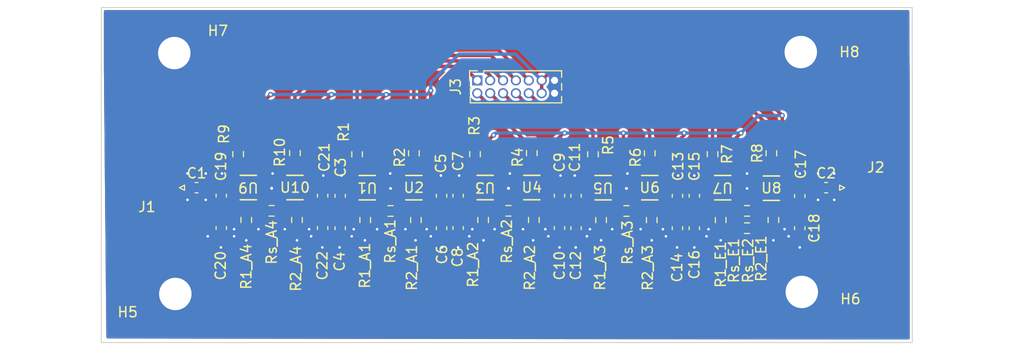
<source format=kicad_pcb>
(kicad_pcb (version 20221018) (generator pcbnew)
  (layers (0 "F.Cu" signal) (31 "B.Cu" signal) (34 "B.Paste" user) (35 "F.Paste" user) (36 "B.SilkS" user "B.Silkscreen") (37 "F.SilkS" user "F.Silkscreen") (38 "B.Mask" user) (39 "F.Mask" user) (44 "Edge.Cuts" user))
  (net 0 "")
  (net 1 "/attenuator_block/RFC_IN")
  (net 2 "/attenuator_block_v2/RFC_OUT")
  (net 3 "GND")
  (net 4 "/attenuator_block/RFC_OUT")
  (net 5 "Net-(C3-Pad2)")
  (net 6 "Net-(C5-Pad2)")
  (net 7 "/attenuator_block1/RFC_OUT")
  (net 8 "Net-(C7-Pad2)")
  (net 9 "Net-(C10-Pad1)")
  (net 10 "/attenuator_block2/RFC_OUT")
  (net 11 "Net-(C11-Pad2)")
  (net 12 "Net-(C13-Pad2)")
  (net 13 "/attenuator_block3/RFC_OUT")
  (net 14 "Net-(C15-Pad2)")
  (net 15 "Net-(C17-Pad2)")
  (net 16 "Net-(C21-Pad2)")
  (net 17 "Net-(C19-Pad2)")
  (net 18 "Net-(J1-In)")
  (net 19 "Net-(J2-In)")
  (net 20 "/CTRL_1")
  (net 21 "/CTRL_2")
  (net 22 "/CTRL_3")
  (net 23 "/CTRL_4")
  (net 24 "/CTRL_5")
  (net 25 "/CTRL_6")
  (net 26 "/CTRL_7")
  (net 27 "/CTRL_8")
  (net 28 "/CTRL_9")
  (net 29 "/CTRL_10")
  (net 30 "/3V")
  (net 31 "Net-(U1-CTRL)")
  (net 32 "Net-(U1-RF1)")
  (net 33 "Net-(U3-RF1)")
  (net 34 "Net-(U5-RF1)")
  (net 35 "Net-(U9-RF1)")
  (net 36 "Net-(U7-RF1)")
  (net 37 "Net-(U2-CTRL)")
  (net 38 "Net-(U2-RF2)")
  (net 39 "Net-(U4-RF2)")
  (net 40 "Net-(U6-RF2)")
  (net 41 "Net-(U10-RF2)")
  (net 42 "Net-(U8-RF2)")
  (net 43 "Net-(U3-CTRL)")
  (net 44 "Net-(U4-CTRL)")
  (net 45 "Net-(U5-CTRL)")
  (net 46 "Net-(U6-CTRL)")
  (net 47 "Net-(U7-CTRL)")
  (net 48 "Net-(U8-CTRL)")
  (net 49 "Net-(U9-CTRL)")
  (net 50 "Net-(U10-CTRL)")
  (net 51 "Net-(U1-RF2)")
  (net 52 "Net-(U3-RF2)")
  (net 53 "Net-(U5-RF2)")
  (net 54 "Net-(U7-RF2)")
  (net 55 "Net-(U10-RF1)")
  (footprint "Resistor_SMD:R_0603_1608Metric_Pad0.98x0.95mm_HandSolder" (layer "F.Cu") (at 91.2 40.4875 -90)
    (fp_text reference "R7")
    (fp_text value "1k")
  )
  (footprint "Resistor_SMD:R_0603_1608Metric_Pad0.98x0.95mm_HandSolder" (layer "F.Cu") (at 47.7 46.085349)
    (fp_text reference "Rs_A4")
    (fp_text value "154")
  )
  (footprint "switch:SC-70-6_PSM" (layer "F.Cu") (at 85.000002 43.8)
    (fp_text reference "U6")
    (fp_text value "4259-63")
  )
  (footprint "Resistor_SMD:R_0603_1608Metric_Pad0.98x0.95mm_HandSolder" (layer "F.Cu") (at 61.933199 47 -90)
    (fp_text reference "R2_A1")
    (fp_text value "115")
  )
  (footprint "switch:SC-70-6_PSM" (layer "F.Cu") (at 50 43.78535)
    (fp_text reference "U10")
    (fp_text value "4259-63")
  )
  (footprint "switch:SC-70-6_PSM" (layer "F.Cu") (at 73.3668 43.78535)
    (fp_text reference "U4")
    (fp_text value "4259-63")
  )
  (footprint "Capacitor_SMD:C_0603_1608Metric" (layer "F.Cu") (at 64.4664 44.6 -90)
    (fp_text reference "C5")
    (fp_text value "0.5p")
  )
  (footprint "Resistor_SMD:R_0603_1608Metric_Pad0.98x0.95mm_HandSolder" (layer "F.Cu") (at 85.000002 40.4 -90)
    (fp_text reference "R6")
    (fp_text value "1k")
  )
  (footprint "Resistor_SMD:R_0603_1608Metric_Pad0.98x0.95mm_HandSolder" (layer "F.Cu") (at 73.3668 40.38535 -90)
    (fp_text reference "R4")
    (fp_text value "1k")
  )
  (footprint "Resistor_SMD:R_0603_1608Metric_Pad0.98x0.95mm_HandSolder" (layer "F.Cu") (at 71.0668 46.085348)
    (fp_text reference "Rs_A2")
    (fp_text value "23.7")
  )
  (footprint "Capacitor_SMD:C_0603_1608Metric" (layer "F.Cu") (at 64.466399 47.8 -90)
    (fp_text reference "C6")
    (fp_text value "0.5p")
  )
  (footprint "Capacitor_SMD:C_0603_1608Metric" (layer "F.Cu") (at 52.7332 44.58535 -90)
    (fp_text reference "C21")
    (fp_text value "0.5p")
  )
  (footprint "MountingHole:MountingHole_3.2mm_M3_Pad_TopBottom" (layer "F.Cu") (at 99.9 30.4)
    (fp_text reference "H8")
    (fp_text value "MountingHole_Pad")
  )
  (footprint "Capacitor_SMD:C_0603_1608Metric" (layer "F.Cu") (at 52.733199 47.78535 -90)
    (fp_text reference "C22")
    (fp_text value "0.5p")
  )
  (footprint "Capacitor_SMD:C_0603_1608Metric" (layer "F.Cu") (at 77.733202 44.599998 -90)
    (fp_text reference "C11")
    (fp_text value "0.5p")
  )
  (footprint "Capacitor_SMD:C_0603_1608Metric" (layer "F.Cu") (at 99.8 47.8 -90)
    (fp_text reference "C18")
    (fp_text value "0.5p")
  )
  (footprint "MountingHole:MountingHole_3.2mm_M3_Pad_TopBottom" (layer "F.Cu") (at 38.1 30.5)
    (fp_text reference "H7")
    (fp_text value "MountingHole_Pad")
  )
  (footprint "Capacitor_SMD:C_0603_1608Metric" (layer "F.Cu") (at 89.4 47.8 -90)
    (fp_text reference "C16")
    (fp_text value "0.5p")
  )
  (footprint "Resistor_SMD:R_0603_1608Metric_Pad0.98x0.95mm_HandSolder" (layer "F.Cu") (at 79.400002 40.5 -90)
    (fp_text reference "R5")
    (fp_text value "1k")
  )
  (footprint "Capacitor_SMD:C_0603_1608Metric" (layer "F.Cu") (at 102.4 43.8)
    (fp_text reference "C2")
    (fp_text value "C")
  )
  (footprint "Capacitor_SMD:C_0603_1608Metric" (layer "F.Cu") (at 87.7332 47.8 -90)
    (fp_text reference "C14")
    (fp_text value "0.5p")
  )
  (footprint "Resistor_SMD:R_0603_1608Metric_Pad0.98x0.95mm_HandSolder" (layer "F.Cu") (at 50.199999 46.98535 -90)
    (fp_text reference "R2_A4")
    (fp_text value "68.1")
  )
  (footprint "Resistor_SMD:R_0603_1608Metric_Pad0.98x0.95mm_HandSolder" (layer "F.Cu") (at 45.2 46.985349 -90)
    (fp_text reference "R1_A4")
    (fp_text value "68.1")
  )
  (footprint "switch:SC-70-6_PSM" (layer "F.Cu") (at 57.1332 43.8 180)
    (fp_text reference "U1")
    (fp_text value "4259-63")
  )
  (footprint "Capacitor_SMD:C_0603_1608Metric" (layer "F.Cu") (at 89.4 44.6 -90)
    (fp_text reference "C15")
    (fp_text value "0.5p")
  )
  (footprint "Resistor_SMD:R_0603_1608Metric_Pad0.98x0.95mm_HandSolder" (layer "F.Cu") (at 80.200002 46.999998 -90)
    (fp_text reference "R1_A3")
    (fp_text value "432")
  )
  (footprint "switch:SC-70-6_PSM" (layer "F.Cu") (at 61.7332 43.8)
    (fp_text reference "U2")
    (fp_text value "4259-63")
  )
  (footprint "switch:SC-70-6_PSM" (layer "F.Cu") (at 45.4 43.78535 180)
    (fp_text reference "U9")
    (fp_text value "4259-63")
  )
  (footprint "Connector_Coaxial:SMA_Amphenol_132289_EdgeMount" (layer "F.Cu") (at 35.4 43.8 180)
    (fp_text reference "J1")
    (fp_text value "Conn_Coaxial")
  )
  (footprint "Capacitor_SMD:C_0603_1608Metric" (layer "F.Cu") (at 42.7332 47.785349 -90)
    (fp_text reference "C20")
    (fp_text value "0.5p")
  )
  (footprint "MountingHole:MountingHole_3.2mm_M3_Pad_TopBottom" (layer "F.Cu") (at 100 54.1)
    (fp_text reference "H6")
    (fp_text value "MountingHole_Pad")
  )
  (footprint "switch:SC-70-6_PSM" (layer "F.Cu") (at 68.7668 43.78535 180)
    (fp_text reference "U3")
    (fp_text value "4259-63")
  )
  (footprint "Resistor_SMD:R_0603_1608Metric_Pad0.98x0.95mm_HandSolder" (layer "F.Cu") (at 82.700002 46.099998)
    (fp_text reference "Rs_A3")
    (fp_text value "11.5")
  )
  (footprint "Capacitor_SMD:C_0603_1608Metric" (layer "F.Cu") (at 99.8 44.625 -90)
    (fp_text reference "C17")
    (fp_text value "0.5p")
  )
  (footprint "Resistor_SMD:R_0603_1608Metric_Pad0.98x0.95mm_HandSolder" (layer "F.Cu") (at 94.6 47.8)
    (fp_text reference "Rs_E2")
    (fp_text value "111.5")
  )
  (footprint "Resistor_SMD:R_0603_1608Metric_Pad0.98x0.95mm_HandSolder" (layer "F.Cu") (at 97 40.4 -90)
    (fp_text reference "R8")
    (fp_text value "1k")
  )
  (footprint "switch:SC-70-6_PSM" (layer "F.Cu") (at 92.2 43.8 180)
    (fp_text reference "U7")
    (fp_text value "4259-63")
  )
  (footprint "Capacitor_SMD:C_0603_1608Metric" (layer "F.Cu") (at 77.733202 47.799998 -90)
    (fp_text reference "C12")
    (fp_text value "0.5p")
  )
  (footprint "Resistor_SMD:R_0603_1608Metric_Pad0.98x0.95mm_HandSolder" (layer "F.Cu") (at 56.9332 46.999999 -90)
    (fp_text reference "R1_A1")
    (fp_text value "115")
  )
  (footprint "Capacitor_SMD:C_0603_1608Metric" (layer "F.Cu") (at 76.1 44.58535 -90)
    (fp_text reference "C9")
    (fp_text value "0.5p")
  )
  (footprint "Resistor_SMD:R_0603_1608Metric_Pad0.98x0.95mm_HandSolder" (layer "F.Cu") (at 85.2 47 -90)
    (fp_text reference "R2_A3")
    (fp_text value "432")
  )
  (footprint "Capacitor_SMD:C_0603_1608Metric" (layer "F.Cu") (at 66.1 47.785348 -90)
    (fp_text reference "C8")
    (fp_text value "0.5p")
  )
  (footprint "Resistor_SMD:R_0603_1608Metric_Pad0.98x0.95mm_HandSolder" (layer "F.Cu") (at 68.5668 46.985348 -90)
    (fp_text reference "R1_A2")
    (fp_text value "221")
  )
  (footprint "Connector_Coaxial:SMA_Amphenol_132289_EdgeMount" (layer "F.Cu") (at 107.4375 43.8)
    (fp_text reference "J2")
    (fp_text value "Conn_Coaxial")
  )
  (footprint "switch:SC-70-6_PSM" (layer "F.Cu") (at 97 43.849999)
    (fp_text reference "U8")
    (fp_text value "4259-63")
  )
  (footprint "Resistor_SMD:R_0603_1608Metric_Pad0.98x0.95mm_HandSolder" (layer "F.Cu") (at 44.4 40.48535 -90)
    (fp_text reference "R9")
    (fp_text value "1k")
  )
  (footprint "Capacitor_SMD:C_0603_1608Metric" (layer "F.Cu") (at 42.7332 44.585349 -90)
    (fp_text reference "C19")
    (fp_text value "0.5p")
  )
  (footprint "Resistor_SMD:R_0603_1608Metric_Pad0.98x0.95mm_HandSolder" (layer "F.Cu") (at 56.1332 40.5 -90)
    (fp_text reference "R1")
    (fp_text value "1k")
  )
  (footprint "Resistor_SMD:R_0603_1608Metric_Pad0.98x0.95mm_HandSolder" (layer "F.Cu") (at 97.2 47 -90)
    (fp_text reference "R2_E1")
    (fp_text value "866")
  )
  (footprint "Capacitor_SMD:C_0603_1608Metric" (layer "F.Cu") (at 54.4664 47.799999 -90)
    (fp_text reference "C4")
    (fp_text value "0.5p")
  )
  (footprint "Resistor_SMD:R_0603_1608Metric_Pad0.98x0.95mm_HandSolder" (layer "F.Cu") (at 61.7332 40.4 -90)
    (fp_text reference "R2")
    (fp_text value "1k")
  )
  (footprint "Capacitor_SMD:C_0603_1608Metric" (layer "F.Cu") (at 87.733202 44.6 -90)
    (fp_text reference "C13")
    (fp_text value "0.5p")
  )
  (footprint "Capacitor_SMD:C_0603_1608Metric" (layer "F.Cu") (at 54.4664 44.599999 -90)
    (fp_text reference "C3")
    (fp_text value "0.5p")
  )
  (footprint "Resistor_SMD:R_0603_1608Metric_Pad0.98x0.95mm_HandSolder" (layer "F.Cu") (at 67.7668 40.48535 -90)
    (fp_text reference "R3")
    (fp_text value "1k")
  )
  (footprint "Capacitor_SMD:C_0603_1608Metric" (layer "F.Cu") (at 66.1 44.585348 -90)
    (fp_text reference "C7")
    (fp_text value "0.5p")
  )
  (footprint "MountingHole:MountingHole_3.2mm_M3_Pad_TopBottom" (layer "F.Cu") (at 38.2 54.3)
    (fp_text reference "H5")
    (fp_text value "MountingHole_Pad")
  )
  (footprint "Resistor_SMD:R_0603_1608Metric_Pad0.98x0.95mm_HandSolder" (layer "F.Cu") (at 59.4332 46.099999)
    (fp_text reference "Rs_A1")
    (fp_text value "52.3")
  )
  (footprint "Capacitor_SMD:C_0603_1608Metric" (layer "F.Cu") (at 76.099998 47.78535 -90)
    (fp_text reference "C10")
    (fp_text value "0.5p")
  )
  (footprint "Resistor_SMD:R_0603_1608Metric_Pad0.98x0.95mm_HandSolder" (layer "F.Cu") (at 50 40.38535 -90)
    (fp_text reference "R10")
    (fp_text value "1k")
  )
  (footprint "Resistor_SMD:R_0603_1608Metric_Pad0.98x0.95mm_HandSolder" (layer "F.Cu") (at 92 47 -90)
    (fp_text reference "R1_E1")
    (fp_text value "866")
  )
  (footprint "Connector_PinSocket_1.27mm:PinSocket_2x07_P1.27mm_Vertical" (layer "F.Cu") (at 67.99 33.2 90)
    (fp_text reference "J3")
    (fp_text value "Conn_02x07_Odd_Even")
  )
  (footprint "Capacitor_SMD:C_0603_1608Metric" (layer "F.Cu") (at 40.3 43.8)
    (fp_text reference "C1")
    (fp_text value "1P")
  )
  (footprint "switch:SC-70-6_PSM" (layer "F.Cu") (at 80.400002 43.8 180)
    (fp_text reference "U5")
    (fp_text value "4259-63")
  )
  (footprint "Resistor_SMD:R_0603_1608Metric_Pad0.98x0.95mm_HandSolder" (layer "F.Cu") (at 94.6 46.09)
    (fp_text reference "Rs_E1")
    (fp_text value "111.5")
  )
  (footprint "Resistor_SMD:R_0603_1608Metric_Pad0.98x0.95mm_HandSolder" (layer "F.Cu") (at 73.566798 46.98535 -90)
    (fp_text reference "R2_A2")
    (fp_text value "221")
  )
  (gr_rect (start 30.9 26) (end 110.9 59.1) (stroke (width 0.1)) (fill none) (layer "Edge.Cuts"))
  (segment (start 44.3332 43.78535) (end 42.7582 43.78535) (width 0.54) (layer "F.Cu") (net 1))
  (segment (start 42.7582 43.78535) (end 42.7332 43.81035) (width 0.54) (layer "F.Cu") (net 1))
  (segment (start 42.7582 43.78535) (end 42.7332 43.81035) (width 0.54) (layer "F.Cu") (net 1))
  (segment (start 42.722849 43.799999) (end 42.733199 43.810349) (width 0.822887) (layer "F.Cu") (net 1))
  (segment (start 44.333199 43.785349) (end 42.758199 43.785349) (width 0.54) (layer "F.Cu") (net 1))
  (segment (start 42.758199 43.785349) (end 42.733199 43.810349) (width 0.54) (layer "F.Cu") (net 1))
  (segment (start 42.753055 43.785349) (end 42.728055 43.810349) (width 0.34) (layer "F.Cu") (net 1))
  (segment (start 44.333199 43.785349) (end 42.753055 43.785349) (width 0.34) (layer "F.Cu") (net 1))
  (segment (start 42.72285 43.8) (end 42.7332 43.81035) (width 0.822887) (layer "F.Cu") (net 1))
  (segment (start 44.3332 43.78535) (end 42.7582 43.78535) (width 0.54) (layer "F.Cu") (net 1))
  (segment (start 41.075 43.8) (end 42.72285 43.8) (width 0.822887) (layer "F.Cu") (net 1))
  (segment (start 42.72285 43.8) (end 42.7332 43.81035) (width 0.822887) (layer "F.Cu") (net 1))
  (segment (start 99.8 43.85) (end 101.575 43.85) (width 0.54) (layer "F.Cu") (net 2))
  (segment (start 101.575 43.85) (end 101.625 43.8) (width 0.54) (layer "F.Cu") (net 2))
  (segment (start 98.0668 43.849999) (end 99.8 43.85) (width 0.54) (layer "F.Cu") (net 2))
  (segment (start 99.8 43.85) (end 99.071944 43.85) (width 0.822887) (layer "F.Cu") (net 2))
  (segment (start 82.700002 43.874001) (end 82.774003 43.8) (width 0.34) (layer "F.Cu") (net 3))
  (segment (start 59.507201 43.8) (end 60.6664 43.8) (width 0.34) (layer "F.Cu") (net 3))
  (segment (start 71.0668 43.859351) (end 71.140801 43.78535) (width 0.34) (layer "F.Cu") (net 3))
  (segment (start 47.699999 43.85935) (end 47.625998 43.785349) (width 0.34) (layer "F.Cu") (net 3))
  (segment (start 94.624002 43.849999) (end 94.6 43.874001) (width 0.34) (layer "F.Cu") (net 3))
  (segment (start 82.700001 43.874) (end 82.774002 43.799999) (width 0.34) (layer "F.Cu") (net 3))
  (segment (start 71.0668 43.859351) (end 70.992799 43.78535) (width 0.34) (layer "F.Cu") (net 3))
  (segment (start 71.1408 43.785349) (end 72.299999 43.785349) (width 0.34) (layer "F.Cu") (net 3))
  (segment (start 71.066799 43.85935) (end 71.1408 43.785349) (width 0.34) (layer "F.Cu") (net 3))
  (segment (start 82.700002 43.874001) (end 82.626001 43.8) (width 0.34) (layer "F.Cu") (net 3))
  (segment (start 59.433199 43.874) (end 59.359198 43.799999) (width 0.34) (layer "F.Cu") (net 3))
  (segment (start 82.774003 43.8) (end 83.933202 43.8) (width 0.34) (layer "F.Cu") (net 3))
  (segment (start 82.700002 43.874001) (end 82.626001 43.8) (width 0.34) (layer "F.Cu") (net 3))
  (segment (start 71.0668 43.859351) (end 70.992799 43.78535) (width 0.34) (layer "F.Cu") (net 3))
  (segment (start 71.140801 43.78535) (end 72.3 43.78535) (width 0.34) (layer "F.Cu") (net 3))
  (segment (start 70.992799 43.78535) (end 69.8336 43.78535) (width 0.34) (layer "F.Cu") (net 3))
  (segment (start 82.700002 43.874001) (end 82.626001 43.8) (width 0.34) (layer "F.Cu") (net 3))
  (segment (start 71.0668 43.859351) (end 70.992799 43.78535) (width 0.34) (layer "F.Cu") (net 3))
  (segment (start 59.433199 43.874) (end 59.359198 43.799999) (width 0.34) (layer "F.Cu") (net 3))
  (segment (start 70.992799 43.78535) (end 69.8336 43.78535) (width 0.34) (layer "F.Cu") (net 3))
  (segment (start 82.700002 43.874001) (end 82.774003 43.8) (width 0.34) (layer "F.Cu") (net 3))
  (segment (start 71.0668 43.859351) (end 71.140801 43.78535) (width 0.34) (layer "F.Cu") (net 3))
  (segment (start 82.700002 43.874001) (end 82.774003 43.8) (width 0.34) (layer "F.Cu") (net 3))
  (segment (start 59.5072 43.799999) (end 60.666399 43.799999) (width 0.34) (layer "F.Cu") (net 3))
  (segment (start 47.625998 43.785349) (end 46.466799 43.785349) (width 0.34) (layer "F.Cu") (net 3))
  (segment (start 47.7 43.859351) (end 47.774001 43.78535) (width 0.34) (layer "F.Cu") (net 3))
  (segment (start 59.433199 43.874) (end 59.5072 43.799999) (width 0.34) (layer "F.Cu") (net 3))
  (segment (start 71.066799 43.85935) (end 70.992798 43.785349) (width 0.34) (layer "F.Cu") (net 3))
  (segment (start 59.359198 43.799999) (end 58.199999 43.799999) (width 0.34) (layer "F.Cu") (net 3))
  (segment (start 59.5072 43.799999) (end 60.666399 43.799999) (width 0.34) (layer "F.Cu") (net 3))
  (segment (start 59.4332 43.874001) (end 59.507201 43.8) (width 0.34) (layer "F.Cu") (net 3))
  (segment (start 59.433199 43.874) (end 59.5072 43.799999) (width 0.34) (layer "F.Cu") (net 3))
  (segment (start 47.774001 43.78535) (end 48.9332 43.78535) (width 0.34) (layer "F.Cu") (net 3))
  (segment (start 71.0668 43.859351) (end 71.140801 43.78535) (width 0.34) (layer "F.Cu") (net 3))
  (segment (start 47.699999 43.85935) (end 47.625998 43.785349) (width 0.34) (layer "F.Cu") (net 3))
  (segment (start 47.774001 43.78535) (end 48.9332 43.78535) (width 0.34) (layer "F.Cu") (net 3))
  (segment (start 71.140801 43.78535) (end 72.3 43.78535) (width 0.34) (layer "F.Cu") (net 3))
  (segment (start 47.774 43.785349) (end 48.933199 43.785349) (width 0.34) (layer "F.Cu") (net 3))
  (segment (start 82.626001 43.8) (end 81.466802 43.8) (width 0.34) (layer "F.Cu") (net 3))
  (segment (start 59.359199 43.8) (end 58.2 43.8) (width 0.34) (layer "F.Cu") (net 3))
  (segment (start 93.2668 43.8) (end 94.525999 43.8) (width 0.34) (layer "F.Cu") (net 3))
  (segment (start 71.0668 43.859351) (end 71.140801 43.78535) (width 0.34) (layer "F.Cu") (net 3))
  (segment (start 82.626001 43.8) (end 81.466802 43.8) (width 0.34) (layer "F.Cu") (net 3))
  (segment (start 47.774 43.785349) (end 48.933199 43.785349) (width 0.34) (layer "F.Cu") (net 3))
  (segment (start 47.699999 43.85935) (end 47.774 43.785349) (width 0.34) (layer "F.Cu") (net 3))
  (segment (start 82.700002 43.874001) (end 82.774003 43.8) (width 0.34) (layer "F.Cu") (net 3))
  (segment (start 47.625998 43.785349) (end 46.466799 43.785349) (width 0.34) (layer "F.Cu") (net 3))
  (segment (start 70.992798 43.785349) (end 69.833599 43.785349) (width 0.34) (layer "F.Cu") (net 3))
  (segment (start 82.626001 43.8) (end 81.466802 43.8) (width 0.34) (layer "F.Cu") (net 3))
  (segment (start 82.774003 43.8) (end 83.933202 43.8) (width 0.34) (layer "F.Cu") (net 3))
  (segment (start 82.700001 43.874) (end 82.626 43.799999) (width 0.34) (layer "F.Cu") (net 3))
  (segment (start 82.626 43.799999) (end 81.466801 43.799999) (width 0.34) (layer "F.Cu") (net 3))
  (segment (start 47.625999 43.78535) (end 46.4668 43.78535) (width 0.34) (layer "F.Cu") (net 3))
  (segment (start 82.774003 43.8) (end 83.933202 43.8) (width 0.34) (layer "F.Cu") (net 3))
  (segment (start 47.699999 43.85935) (end 47.774 43.785349) (width 0.34) (layer "F.Cu") (net 3))
  (segment (start 95.9332 43.849999) (end 94.624002 43.849999) (width 0.34) (layer "F.Cu") (net 3))
  (segment (start 82.700001 43.874) (end 82.774002 43.799999) (width 0.34) (layer "F.Cu") (net 3))
  (segment (start 70.992799 43.78535) (end 69.8336 43.78535) (width 0.34) (layer "F.Cu") (net 3))
  (segment (start 47.7 43.859351) (end 47.625999 43.78535) (width 0.34) (layer "F.Cu") (net 3))
  (segment (start 75.61 34.47) (end 75.61 33.2) (width 0.34) (layer "F.Cu") (net 3))
  (segment (start 82.626001 43.8) (end 81.466802 43.8) (width 0.34) (layer "F.Cu") (net 3))
  (segment (start 82.774002 43.799999) (end 83.933201 43.799999) (width 0.34) (layer "F.Cu") (net 3))
  (segment (start 59.4332 43.874001) (end 59.359199 43.8) (width 0.34) (layer "F.Cu") (net 3))
  (segment (start 47.7 43.859351) (end 47.774001 43.78535) (width 0.34) (layer "F.Cu") (net 3))
  (segment (start 71.140801 43.78535) (end 72.3 43.78535) (width 0.34) (layer "F.Cu") (net 3))
  (segment (start 71.066799 43.85935) (end 70.992798 43.785349) (width 0.34) (layer "F.Cu") (net 3))
  (segment (start 71.1408 43.785349) (end 72.299999 43.785349) (width 0.34) (layer "F.Cu") (net 3))
  (segment (start 47.625999 43.78535) (end 46.4668 43.78535) (width 0.34) (layer "F.Cu") (net 3))
  (segment (start 82.626 43.799999) (end 81.466801 43.799999) (width 0.34) (layer "F.Cu") (net 3))
  (segment (start 82.700001 43.874) (end 82.626 43.799999) (width 0.34) (layer "F.Cu") (net 3))
  (segment (start 47.7 43.859351) (end 47.625999 43.78535) (width 0.34) (layer "F.Cu") (net 3))
  (segment (start 71.0668 43.859351) (end 70.992799 43.78535) (width 0.34) (layer "F.Cu") (net 3))
  (segment (start 71.066799 43.85935) (end 71.1408 43.785349) (width 0.34) (layer "F.Cu") (net 3))
  (segment (start 71.140801 43.78535) (end 72.3 43.78535) (width 0.34) (layer "F.Cu") (net 3))
  (segment (start 82.700002 43.874001) (end 82.626001 43.8) (width 0.34) (layer "F.Cu") (net 3))
  (segment (start 94.525999 43.8) (end 94.6 43.874001) (width 0.34) (layer "F.Cu") (net 3))
  (segment (start 70.992798 43.785349) (end 69.833599 43.785349) (width 0.34) (layer "F.Cu") (net 3))
  (segment (start 82.774002 43.799999) (end 83.933201 43.799999) (width 0.34) (layer "F.Cu") (net 3))
  (segment (start 59.359198 43.799999) (end 58.199999 43.799999) (width 0.34) (layer "F.Cu") (net 3))
  (segment (start 82.774003 43.8) (end 83.933202 43.8) (width 0.34) (layer "F.Cu") (net 3))
  (segment (start 70.992799 43.78535) (end 69.8336 43.78535) (width 0.34) (layer "F.Cu") (net 3))
  (via (at 69.7 47.9) (size 0.508) (drill 0.254) (layers "F.Cu" "B.Cu") (net 3))
  (via (at 46.4 47.9) (size 0.508) (drill 0.254) (layers "F.Cu" "B.Cu") (net 3))
  (via (at 101.6 45) (size 0.508) (drill 0.254) (layers "F.Cu" "B.Cu") (net 3))
  (via (at 59.433199 43.874) (size 0.508) (drill 0.254) (layers "F.Cu" "B.Cu") (net 3))
  (via (at 71.2 42.4) (size 0.508) (drill 0.254) (layers "F.Cu" "B.Cu") (net 3))
  (via (at 50.2 49) (size 0.508) (drill 0.254) (layers "F.Cu" "B.Cu") (net 3))
  (via (at 72.5 47.9) (size 0.508) (drill 0.254) (layers "F.Cu" "B.Cu") (net 3))
  (via (at 98.7 48.6) (size 0.508) (drill 0.254) (layers "F.Cu" "B.Cu") (net 3))
  (via (at 55.8 47.9) (size 0.508) (drill 0.254) (layers "F.Cu" "B.Cu") (net 3))
  (via (at 77.6 42.6) (size 0.508) (drill 0.254) (layers "F.Cu" "B.Cu") (net 3))
  (via (at 94.6 43.874001) (size 0.508) (drill 0.254) (layers "F.Cu" "B.Cu") (net 3))
  (via (at 77.7 49.7) (size 0.508) (drill 0.254) (layers "F.Cu" "B.Cu") (net 3))
  (via (at 86.3 47.9) (size 0.508) (drill 0.254) (layers "F.Cu" "B.Cu") (net 3))
  (via (at 47.7 43.859351) (size 0.508) (drill 0.254) (layers "F.Cu" "B.Cu") (net 3))
  (via (at 63.4 48.6) (size 0.508) (drill 0.254) (layers "F.Cu" "B.Cu") (net 3))
  (via (at 76.1 49.7) (size 0.508) (drill 0.254) (layers "F.Cu" "B.Cu") (net 3))
  (via (at 85.2 49) (size 0.508) (drill 0.254) (layers "F.Cu" "B.Cu") (net 3))
  (via (at 52.7 49.7) (size 0.508) (drill 0.254) (layers "F.Cu" "B.Cu") (net 3))
  (via (at 82.700002 43.874001) (size 0.508) (drill 0.254) (layers "F.Cu" "B.Cu") (net 3))
  (via (at 73.5 49) (size 0.508) (drill 0.254) (layers "F.Cu" "B.Cu") (net 3))
  (via (at 54.6 42.6) (size 0.508) (drill 0.254) (layers "F.Cu" "B.Cu") (net 3))
  (via (at 103.2 45) (size 0.508) (drill 0.254) (layers "F.Cu" "B.Cu") (net 3))
  (via (at 94.6 42.4) (size 0.508) (drill 0.254) (layers "F.Cu" "B.Cu") (net 3))
  (via (at 97.2 49) (size 0.508) (drill 0.254) (layers "F.Cu" "B.Cu") (net 3))
  (via (at 39.4 42.4) (size 0.508) (drill 0.254) (layers "F.Cu" "B.Cu") (net 3))
  (via (at 87.8 42.6) (size 0.508) (drill 0.254) (layers "F.Cu" "B.Cu") (net 3))
  (via (at 89.4 42.6) (size 0.508) (drill 0.254) (layers "F.Cu" "B.Cu") (net 3))
  (via (at 41.4 48.6) (size 0.508) (drill 0.254) (layers "F.Cu" "B.Cu") (net 3))
  (via (at 58.1 47.9) (size 0.508) (drill 0.254) (layers "F.Cu" "B.Cu") (net 3))
  (via (at 64.4 42.6) (size 0.508) (drill 0.254) (layers "F.Cu" "B.Cu") (net 3))
  (via (at 67.5 47.9) (size 0.508) (drill 0.254) (layers "F.Cu" "B.Cu") (net 3))
  (via (at 99.8 42.4) (size 0.508) (drill 0.254) (layers "F.Cu" "B.Cu") (net 3))
  (via (at 80.2 49) (size 0.508) (drill 0.254) (layers "F.Cu" "B.Cu") (net 3))
  (via (at 90.6 48.6) (size 0.508) (drill 0.254) (layers "F.Cu" "B.Cu") (net 3))
  (via (at 82.700001 43.874) (size 0.508) (drill 0.254) (layers "F.Cu" "B.Cu") (net 3))
  (via (at 79.1 47.9) (size 0.508) (drill 0.254) (layers "F.Cu" "B.Cu") (net 3))
  (via (at 71.0668 43.859351) (size 0.508) (drill 0.254) (layers "F.Cu" "B.Cu") (net 3))
  (via (at 76.2 42.6) (size 0.508) (drill 0.254) (layers "F.Cu" "B.Cu") (net 3))
  (via (at 59.4332 43.874001) (size 0.508) (drill 0.254) (layers "F.Cu" "B.Cu") (net 3))
  (via (at 64.5 49.7) (size 0.508) (drill 0.254) (layers "F.Cu" "B.Cu") (net 3))
  (via (at 71.066799 43.85935) (size 0.508) (drill 0.254) (layers "F.Cu" "B.Cu") (net 3))
  (via (at 98.3 47.9) (size 0.508) (drill 0.254) (layers "F.Cu" "B.Cu") (net 3))
  (via (at 47.7 43.859351) (size 0.508) (drill 0.254) (layers "F.Cu" "B.Cu") (net 3))
  (via (at 66.2 42.6) (size 0.508) (drill 0.254) (layers "F.Cu" "B.Cu") (net 3))
  (via (at 63 47.9) (size 0.508) (drill 0.254) (layers "F.Cu" "B.Cu") (net 3))
  (via (at 56.9 49) (size 0.508) (drill 0.254) (layers "F.Cu" "B.Cu") (net 3))
  (via (at 92 49) (size 0.508) (drill 0.254) (layers "F.Cu" "B.Cu") (net 3))
  (via (at 55.6 48.6) (size 0.508) (drill 0.254) (layers "F.Cu" "B.Cu") (net 3))
  (via (at 41.2 42.4) (size 0.508) (drill 0.254) (layers "F.Cu" "B.Cu") (net 3))
  (via (at 44 47.9) (size 0.508) (drill 0.254) (layers "F.Cu" "B.Cu") (net 3))
  (via (at 71.0668 43.859351) (size 0.508) (drill 0.254) (layers "F.Cu" "B.Cu") (net 3))
  (via (at 67.2 48.6) (size 0.508) (drill 0.254) (layers "F.Cu" "B.Cu") (net 3))
  (via (at 101.6 42.4) (size 0.508) (drill 0.254) (layers "F.Cu" "B.Cu") (net 3))
  (via (at 82.8 42.4) (size 0.508) (drill 0.254) (layers "F.Cu" "B.Cu") (net 3))
  (via (at 84.1 47.9) (size 0.508) (drill 0.254) (layers "F.Cu" "B.Cu") (net 3))
  (via (at 42.7 49.7) (size 0.508) (drill 0.254) (layers "F.Cu" "B.Cu") (net 3))
  (via (at 66.1 49.7) (size 0.508) (drill 0.254) (layers "F.Cu" "B.Cu") (net 3))
  (via (at 49 47.9) (size 0.508) (drill 0.254) (layers "F.Cu" "B.Cu") (net 3))
  (via (at 82.700002 43.874001) (size 0.508) (drill 0.254) (layers "F.Cu" "B.Cu") (net 3))
  (via (at 82.700002 43.874001) (size 0.508) (drill 0.254) (layers "F.Cu" "B.Cu") (net 3))
  (via (at 89.4 49.7) (size 0.508) (drill 0.254) (layers "F.Cu" "B.Cu") (net 3))
  (via (at 90.8 47.9) (size 0.508) (drill 0.254) (layers "F.Cu" "B.Cu") (net 3))
  (via (at 42.8 42.4) (size 0.508) (drill 0.254) (layers "F.Cu" "B.Cu") (net 3))
  (via (at 82.700002 43.874001) (size 0.508) (drill 0.254) (layers "F.Cu" "B.Cu") (net 3))
  (via (at 52.8 42.6) (size 0.508) (drill 0.254) (layers "F.Cu" "B.Cu") (net 3))
  (via (at 78.8 48.6) (size 0.508) (drill 0.254) (layers "F.Cu" "B.Cu") (net 3))
  (via (at 87.7 49.7) (size 0.508) (drill 0.254) (layers "F.Cu" "B.Cu") (net 3))
  (via (at 75 48.6) (size 0.508) (drill 0.254) (layers "F.Cu" "B.Cu") (net 3))
  (via (at 99.8 49.7) (size 0.508) (drill 0.254) (layers "F.Cu" "B.Cu") (net 3))
  (via (at 51.4 47.9) (size 0.508) (drill 0.254) (layers "F.Cu" "B.Cu") (net 3))
  (via (at 74.7 47.9) (size 0.508) (drill 0.254) (layers "F.Cu" "B.Cu") (net 3))
  (via (at 60.9 47.9) (size 0.508) (drill 0.254) (layers "F.Cu" "B.Cu") (net 3))
  (via (at 51.6 48.6) (size 0.508) (drill 0.254) (layers "F.Cu" "B.Cu") (net 3))
  (via (at 45.2 49) (size 0.508) (drill 0.254) (layers "F.Cu" "B.Cu") (net 3))
  (via (at 71.0668 43.859351) (size 0.508) (drill 0.254) (layers "F.Cu" "B.Cu") (net 3))
  (via (at 47.699999 43.85935) (size 0.508) (drill 0.254) (layers "F.Cu" "B.Cu") (net 3))
  (via (at 82.700001 43.874) (size 0.508) (drill 0.254) (layers "F.Cu" "B.Cu") (net 3))
  (via (at 47.8 42.4) (size 0.508) (drill 0.254) (layers "F.Cu" "B.Cu") (net 3))
  (via (at 39.4 45) (size 0.508) (drill 0.254) (layers "F.Cu" "B.Cu") (net 3))
  (via (at 61.9 49) (size 0.508) (drill 0.254) (layers "F.Cu" "B.Cu") (net 3))
  (via (at 103.2 42.4) (size 0.508) (drill 0.254) (layers "F.Cu" "B.Cu") (net 3))
  (via (at 86.6 48.6) (size 0.508) (drill 0.254) (layers "F.Cu" "B.Cu") (net 3))
  (via (at 59.4 42.4) (size 0.508) (drill 0.254) (layers "F.Cu" "B.Cu") (net 3))
  (via (at 44 48.6) (size 0.508) (drill 0.254) (layers "F.Cu" "B.Cu") (net 3))
  (via (at 59.433199 43.874) (size 0.508) (drill 0.254) (layers "F.Cu" "B.Cu") (net 3))
  (via (at 81.3 47.9) (size 0.508) (drill 0.254) (layers "F.Cu" "B.Cu") (net 3))
  (via (at 71.066799 43.85935) (size 0.508) (drill 0.254) (layers "F.Cu" "B.Cu") (net 3))
  (via (at 47.699999 43.85935) (size 0.508) (drill 0.254) (layers "F.Cu" "B.Cu") (net 3))
  (via (at 54.4 49.7) (size 0.508) (drill 0.254) (layers "F.Cu" "B.Cu") (net 3))
  (via (at 68.6 49) (size 0.508) (drill 0.254) (layers "F.Cu" "B.Cu") (net 3))
  (via (at 71.0668 43.859351) (size 0.508) (drill 0.254) (layers "F.Cu" "B.Cu") (net 3))
  (via (at 101 48.6) (size 0.508) (drill 0.254) (layers "F.Cu" "B.Cu") (net 3))
  (via (at 41.2 45) (size 0.508) (drill 0.254) (layers "F.Cu" "B.Cu") (net 3))
  (segment (start 52.546943 43.785349) (end 52.571943 43.810349) (width 0.34) (layer "F.Cu") (net 4))
  (segment (start 54.486255 43.799999) (end 54.461255 43.824999) (width 0.34) (layer "F.Cu") (net 4))
  (segment (start 52.7082 43.78535) (end 52.7332 43.81035) (width 0.34) (layer "F.Cu") (net 4))
  (segment (start 56.0664 43.8) (end 54.4914 43.8) (width 0.54) (layer "F.Cu") (net 4))
  (segment (start 52.7082 43.78535) (end 52.7332 43.81035) (width 0.34) (layer "F.Cu") (net 4))
  (segment (start 52.708199 43.785349) (end 52.733199 43.810349) (width 0.34) (layer "F.Cu") (net 4))
  (segment (start 52.7332 43.81035) (end 52.747849 43.824999) (width 0.822887) (layer "F.Cu") (net 4))
  (segment (start 54.45605 43.81465) (end 54.4664 43.825) (width 0.822887) (layer "F.Cu") (net 4))
  (segment (start 51.0668 43.78535) (end 52.7082 43.78535) (width 0.34) (layer "F.Cu") (net 4))
  (segment (start 56.066399 43.799999) (end 54.486255 43.799999) (width 0.34) (layer "F.Cu") (net 4))
  (segment (start 51.066799 43.785349) (end 52.546943 43.785349) (width 0.34) (layer "F.Cu") (net 4))
  (segment (start 56.066399 43.799999) (end 54.491399 43.799999) (width 0.54) (layer "F.Cu") (net 4))
  (segment (start 54.491399 43.799999) (end 54.466399 43.824999) (width 0.54) (layer "F.Cu") (net 4))
  (segment (start 54.4914 43.8) (end 54.4664 43.825) (width 0.54) (layer "F.Cu") (net 4))
  (segment (start 52.747849 43.824999) (end 54.461255 43.824999) (width 0.822887) (layer "F.Cu") (net 4))
  (segment (start 51.066799 43.785349) (end 52.708199 43.785349) (width 0.34) (layer "F.Cu") (net 4))
  (segment (start 54.456049 43.814649) (end 54.466399 43.824999) (width 0.822887) (layer "F.Cu") (net 4))
  (segment (start 51.0668 43.78535) (end 52.7082 43.78535) (width 0.34) (layer "F.Cu") (net 4))
  (segment (start 54.4664 45.375) (end 54.4664 47.025) (width 0.822887) (layer "F.Cu") (net 5))
  (segment (start 54.466399 45.374999) (end 54.466399 47.024999) (width 0.822887) (layer "F.Cu") (net 5))
  (segment (start 64.466399 45.374999) (end 64.466399 47.024999) (width 0.822887) (layer "F.Cu") (net 6))
  (segment (start 64.4664 45.375) (end 64.4664 47.025) (width 0.822887) (layer "F.Cu") (net 6))
  (segment (start 67.7 43.78535) (end 66.125 43.78535) (width 0.54) (layer "F.Cu") (net 7))
  (segment (start 62.799999 43.799999) (end 64.280143 43.799999) (width 0.34) (layer "F.Cu") (net 7))
  (segment (start 66.08965 43.8) (end 66.1 43.81035) (width 0.822887) (layer "F.Cu") (net 7))
  (segment (start 66.08965 43.8) (end 66.1 43.81035) (width 0.822887) (layer "F.Cu") (net 7))
  (segment (start 66.119855 43.785349) (end 66.094855 43.810349) (width 0.34) (layer "F.Cu") (net 7))
  (segment (start 66.125 43.78535) (end 66.1 43.81035) (width 0.54) (layer "F.Cu") (net 7))
  (segment (start 67.699999 43.785349) (end 66.124999 43.785349) (width 0.54) (layer "F.Cu") (net 7))
  (segment (start 66.124999 43.785349) (end 66.099999 43.810349) (width 0.54) (layer "F.Cu") (net 7))
  (segment (start 67.699999 43.785349) (end 66.119855 43.785349) (width 0.34) (layer "F.Cu") (net 7))
  (segment (start 62.799999 43.799999) (end 64.441399 43.799999) (width 0.34) (layer "F.Cu") (net 7))
  (segment (start 66.125 43.78535) (end 66.1 43.81035) (width 0.54) (layer "F.Cu") (net 7))
  (segment (start 64.4414 43.8) (end 64.4664 43.825) (width 0.34) (layer "F.Cu") (net 7))
  (segment (start 66.125 43.78535) (end 66.1 43.81035) (width 0.54) (layer "F.Cu") (net 7))
  (segment (start 62.8 43.8) (end 64.4414 43.8) (width 0.34) (layer "F.Cu") (net 7))
  (segment (start 67.7 43.78535) (end 66.119856 43.78535) (width 0.34) (layer "F.Cu") (net 7))
  (segment (start 66.08965 43.8) (end 66.1 43.81035) (width 0.822887) (layer "F.Cu") (net 7))
  (segment (start 65.033199 43.824999) (end 64.305143 43.824999) (width 0.822887) (layer "F.Cu") (net 7))
  (segment (start 64.441399 43.799999) (end 64.466399 43.824999) (width 0.34) (layer "F.Cu") (net 7))
  (segment (start 64.305143 43.824999) (end 64.319792 43.81035) (width 0.822887) (layer "F.Cu") (net 7))
  (segment (start 67.7 43.78535) (end 66.125 43.78535) (width 0.54) (layer "F.Cu") (net 7))
  (segment (start 64.319792 43.81035) (end 66.094856 43.81035) (width 0.822887) (layer "F.Cu") (net 7))
  (segment (start 64.280143 43.799999) (end 64.305143 43.824999) (width 0.34) (layer "F.Cu") (net 7))
  (segment (start 66.119856 43.78535) (end 66.094856 43.81035) (width 0.34) (layer "F.Cu") (net 7))
  (segment (start 67.7 43.78535) (end 66.125 43.78535) (width 0.54) (layer "F.Cu") (net 7))
  (segment (start 66.089649 43.799999) (end 66.099999 43.810349) (width 0.822887) (layer "F.Cu") (net 7))
  (segment (start 66.1 45.36035) (end 66.1 47.01035) (width 0.822887) (layer "F.Cu") (net 8))
  (segment (start 66.1 45.36035) (end 66.1 47.01035) (width 0.822887) (layer "F.Cu") (net 8))
  (segment (start 66.099999 45.360349) (end 66.099999 47.010349) (width 0.822887) (layer "F.Cu") (net 8))
  (segment (start 66.1 45.36035) (end 66.1 47.01035) (width 0.822887) (layer "F.Cu") (net 8))
  (segment (start 76.1 45.36035) (end 76.1 47.01035) (width 0.822887) (layer "F.Cu") (net 9))
  (segment (start 76.1 45.36035) (end 76.1 47.01035) (width 0.822887) (layer "F.Cu") (net 9))
  (segment (start 76.1 45.36035) (end 76.1 47.01035) (width 0.822887) (layer "F.Cu") (net 9))
  (segment (start 76.099999 45.360349) (end 76.099999 47.010349) (width 0.822887) (layer "F.Cu") (net 9))
  (segment (start 75.9568 45.36035) (end 75.9568 47.01035) (width 0.822887) (layer "F.Cu") (net 9))
  (segment (start 79.333201 43.799999) (end 77.758201 43.799999) (width 0.54) (layer "F.Cu") (net 10))
  (segment (start 77.758201 43.799999) (end 77.733201 43.824999) (width 0.54) (layer "F.Cu") (net 10))
  (segment (start 77.753058 43.8) (end 77.728058 43.825) (width 0.34) (layer "F.Cu") (net 10))
  (segment (start 75.913744 43.78535) (end 75.938744 43.81035) (width 0.34) (layer "F.Cu") (net 10))
  (segment (start 77.718552 43.81035) (end 77.733201 43.824999) (width 0.822887) (layer "F.Cu") (net 10))
  (segment (start 76.074999 43.785349) (end 76.099999 43.810349) (width 0.34) (layer "F.Cu") (net 10))
  (segment (start 79.333201 43.799999) (end 77.753057 43.799999) (width 0.34) (layer "F.Cu") (net 10))
  (segment (start 74.433599 43.785349) (end 75.913743 43.785349) (width 0.34) (layer "F.Cu") (net 10))
  (segment (start 74.4336 43.78535) (end 76.075 43.78535) (width 0.34) (layer "F.Cu") (net 10))
  (segment (start 79.333202 43.8) (end 77.758202 43.8) (width 0.54) (layer "F.Cu") (net 10))
  (segment (start 79.333202 43.8) (end 77.758202 43.8) (width 0.54) (layer "F.Cu") (net 10))
  (segment (start 77.722852 43.81465) (end 77.733202 43.825) (width 0.822887) (layer "F.Cu") (net 10))
  (segment (start 77.722851 43.814649) (end 77.733201 43.824999) (width 0.822887) (layer "F.Cu") (net 10))
  (segment (start 77.758202 43.8) (end 77.733202 43.825) (width 0.54) (layer "F.Cu") (net 10))
  (segment (start 79.333202 43.8) (end 77.753058 43.8) (width 0.34) (layer "F.Cu") (net 10))
  (segment (start 75.9568 43.81035) (end 77.718552 43.81035) (width 0.822887) (layer "F.Cu") (net 10))
  (segment (start 74.433599 43.785349) (end 76.074999 43.785349) (width 0.34) (layer "F.Cu") (net 10))
  (segment (start 74.4336 43.78535) (end 76.075 43.78535) (width 0.34) (layer "F.Cu") (net 10))
  (segment (start 79.333202 43.8) (end 77.758202 43.8) (width 0.54) (layer "F.Cu") (net 10))
  (segment (start 76.075 43.78535) (end 76.1 43.81035) (width 0.34) (layer "F.Cu") (net 10))
  (segment (start 75.913743 43.785349) (end 75.938743 43.810349) (width 0.34) (layer "F.Cu") (net 10))
  (segment (start 74.4336 43.78535) (end 76.075 43.78535) (width 0.34) (layer "F.Cu") (net 10))
  (segment (start 77.753057 43.799999) (end 77.728057 43.824999) (width 0.34) (layer "F.Cu") (net 10))
  (segment (start 77.758202 43.8) (end 77.733202 43.825) (width 0.54) (layer "F.Cu") (net 10))
  (segment (start 77.758202 43.8) (end 77.733202 43.825) (width 0.54) (layer "F.Cu") (net 10))
  (segment (start 76.075 43.78535) (end 76.1 43.81035) (width 0.34) (layer "F.Cu") (net 10))
  (segment (start 77.722852 43.81465) (end 77.733202 43.825) (width 0.822887) (layer "F.Cu") (net 10))
  (segment (start 77.722852 43.81465) (end 77.733202 43.825) (width 0.822887) (layer "F.Cu") (net 10))
  (segment (start 76.6668 43.81035) (end 75.938744 43.81035) (width 0.822887) (layer "F.Cu") (net 10))
  (segment (start 76.075 43.78535) (end 76.1 43.81035) (width 0.34) (layer "F.Cu") (net 10))
  (segment (start 74.4336 43.78535) (end 75.913744 43.78535) (width 0.34) (layer "F.Cu") (net 10))
  (segment (start 77.733201 45.374999) (end 77.733201 47.024999) (width 0.822887) (layer "F.Cu") (net 11))
  (segment (start 77.710002 45.375) (end 77.710002 47.025) (width 0.822887) (layer "F.Cu") (net 11))
  (segment (start 77.733202 45.375) (end 77.733202 47.025) (width 0.822887) (layer "F.Cu") (net 11))
  (segment (start 77.733202 45.375) (end 77.733202 47.025) (width 0.822887) (layer "F.Cu") (net 11))
  (segment (start 77.733202 45.375) (end 77.733202 47.025) (width 0.822887) (layer "F.Cu") (net 11))
  (segment (start 87.733201 45.374999) (end 87.733201 47.024999) (width 0.822887) (layer "F.Cu") (net 12))
  (segment (start 87.733202 45.375) (end 87.733202 47.025) (width 0.822887) (layer "F.Cu") (net 12))
  (segment (start 87.733202 45.375) (end 87.733202 47.025) (width 0.822887) (layer "F.Cu") (net 12))
  (segment (start 87.733202 45.375) (end 87.733202 47.025) (width 0.822887) (layer "F.Cu") (net 12))
  (segment (start 87.708202 43.8) (end 87.733202 43.825) (width 0.34) (layer "F.Cu") (net 13))
  (segment (start 87.708201 43.799999) (end 87.733201 43.824999) (width 0.34) (layer "F.Cu") (net 13))
  (segment (start 87.571946 43.825) (end 89.4 43.825) (width 0.822887) (layer "F.Cu") (net 13))
  (segment (start 86.066802 43.8) (end 87.708202 43.8) (width 0.34) (layer "F.Cu") (net 13))
  (segment (start 87.546946 43.8) (end 87.571946 43.825) (width 0.34) (layer "F.Cu") (net 13))
  (segment (start 91.1332 43.8) (end 89.425 43.8) (width 0.54) (layer "F.Cu") (net 13))
  (segment (start 87.546945 43.799999) (end 87.571945 43.824999) (width 0.34) (layer "F.Cu") (net 13))
  (segment (start 86.066801 43.799999) (end 87.708201 43.799999) (width 0.34) (layer "F.Cu") (net 13))
  (segment (start 89.4 43.825) (end 87.733202 43.825) (width 0.54) (layer "F.Cu") (net 13))
  (segment (start 86.066801 43.799999) (end 87.546945 43.799999) (width 0.34) (layer "F.Cu") (net 13))
  (segment (start 87.708202 43.8) (end 87.733202 43.825) (width 0.34) (layer "F.Cu") (net 13))
  (segment (start 87.708202 43.8) (end 87.733202 43.825) (width 0.34) (layer "F.Cu") (net 13))
  (segment (start 86.066802 43.8) (end 87.546946 43.8) (width 0.34) (layer "F.Cu") (net 13))
  (segment (start 86.066802 43.8) (end 87.708202 43.8) (width 0.34) (layer "F.Cu") (net 13))
  (segment (start 89.425 43.8) (end 89.4 43.825) (width 0.54) (layer "F.Cu") (net 13))
  (segment (start 86.066802 43.8) (end 87.708202 43.8) (width 0.34) (layer "F.Cu") (net 13))
  (segment (start 89.4 45.375) (end 89.4 47.025) (width 0.822887) (layer "F.Cu") (net 14))
  (segment (start 99.8 45.4) (end 99.8 47.025) (width 0.54) (layer "F.Cu") (net 15))
  (segment (start 52.7332 45.36035) (end 52.7332 47.01035) (width 0.822887) (layer "F.Cu") (net 16))
  (segment (start 52.733199 45.360349) (end 52.733199 47.010349) (width 0.822887) (layer "F.Cu") (net 16))
  (segment (start 52.7332 45.36035) (end 52.7332 47.01035) (width 0.822887) (layer "F.Cu") (net 16))
  (segment (start 42.733199 45.360349) (end 42.733199 47.010349) (width 0.822887) (layer "F.Cu") (net 17))
  (segment (start 42.7332 45.36035) (end 42.7332 47.01035) (width 0.822887) (layer "F.Cu") (net 17))
  (segment (start 42.7332 45.36035) (end 42.7332 47.01035) (width 0.822887) (layer "F.Cu") (net 17))
  (segment (start 39.525 43.8) (end 35.4 43.8) (width 0.822887) (layer "F.Cu") (net 18))
  (segment (start 103.175 43.8) (end 107.4375 43.8) (width 0.822887) (layer "F.Cu") (net 19))
  (segment (start 73.07 33.2) (end 70.07 30.2) (width 0.34) (layer "F.Cu") (net 20))
  (segment (start 44.4 34.4) (end 44.4 39.57285) (width 0.34) (layer "F.Cu") (net 20))
  (segment (start 70.07 30.2) (end 48.6 30.2) (width 0.34) (layer "F.Cu") (net 20))
  (segment (start 48.6 30.2) (end 44.4 34.4) (width 0.34) (layer "F.Cu") (net 20))
  (segment (start 50 39.47285) (end 50 34.736526) (width 0.34) (layer "F.Cu") (net 21))
  (segment (start 53.996526 30.74) (end 69.34 30.74) (width 0.34) (layer "F.Cu") (net 21))
  (segment (start 69.34 30.74) (end 71.8 33.2) (width 0.34) (layer "F.Cu") (net 21))
  (segment (start 50 34.736526) (end 53.996526 30.74) (width 0.34) (layer "F.Cu") (net 21))
  (segment (start 68.61 31.28) (end 70.53 33.2) (width 0.34) (layer "F.Cu") (net 22))
  (segment (start 56.1332 39.5875) (end 56.1332 33.0668) (width 0.34) (layer "F.Cu") (net 22))
  (segment (start 57.92 31.28) (end 68.61 31.28) (width 0.34) (layer "F.Cu") (net 22))
  (segment (start 56.1332 33.0668) (end 57.92 31.28) (width 0.34) (layer "F.Cu") (net 22))
  (segment (start 62.58 31.82) (end 68.35 31.82) (width 0.34) (layer "F.Cu") (net 23))
  (segment (start 61.7332 39.4875) (end 61.7332 32.6668) (width 0.34) (layer "F.Cu") (net 23))
  (segment (start 69.26 32.73) (end 69.26 33.2) (width 0.34) (layer "F.Cu") (net 23))
  (segment (start 61.7332 32.6668) (end 62.58 31.82) (width 0.34) (layer "F.Cu") (net 23))
  (segment (start 68.35 31.82) (end 69.26 32.73) (width 0.34) (layer "F.Cu") (net 23))
  (segment (start 66.57285 39.57285) (end 64.6 37.6) (width 0.34) (layer "F.Cu") (net 24))
  (segment (start 67.7668 39.57285) (end 66.57285 39.57285) (width 0.34) (layer "F.Cu") (net 24))
  (segment (start 65.4 32.4) (end 67.19 32.4) (width 0.34) (layer "F.Cu") (net 24))
  (segment (start 67.19 32.4) (end 67.99 33.2) (width 0.34) (layer "F.Cu") (net 24))
  (segment (start 64.6 37.6) (end 64.6 33.2) (width 0.34) (layer "F.Cu") (net 24))
  (segment (start 64.6 33.2) (end 65.4 32.4) (width 0.34) (layer "F.Cu") (net 24))
  (segment (start 67.99 34.47) (end 72.99285 39.47285) (width 0.34) (layer "F.Cu") (net 25))
  (segment (start 72.99285 39.47285) (end 73.3668 39.47285) (width 0.34) (layer "F.Cu") (net 25))
  (segment (start 72.01 37.22) (end 78.42 37.22) (width 0.34) (layer "F.Cu") (net 26))
  (segment (start 69.26 34.47) (end 72.01 37.22) (width 0.34) (layer "F.Cu") (net 26))
  (segment (start 78.42 37.22) (end 79.400002 38.200002) (width 0.34) (layer "F.Cu") (net 26))
  (segment (start 79.400002 38.200002) (end 79.400002 39.5875) (width 0.34) (layer "F.Cu") (net 26))
  (segment (start 83.48 36.68) (end 85.000002 38.200002) (width 0.34) (layer "F.Cu") (net 27))
  (segment (start 72.74 36.68) (end 83.48 36.68) (width 0.34) (layer "F.Cu") (net 27))
  (segment (start 85.000002 38.200002) (end 85.000002 39.4875) (width 0.34) (layer "F.Cu") (net 27))
  (segment (start 70.53 34.47) (end 72.74 36.68) (width 0.34) (layer "F.Cu") (net 27))
  (segment (start 71.8 34.47) (end 73.47 36.14) (width 0.34) (layer "F.Cu") (net 28))
  (segment (start 91.2 37.8) (end 91.2 39.575) (width 0.34) (layer "F.Cu") (net 28))
  (segment (start 73.47 36.14) (end 89.54 36.14) (width 0.34) (layer "F.Cu") (net 28))
  (segment (start 89.54 36.14) (end 91.2 37.8) (width 0.34) (layer "F.Cu") (net 28))
  (segment (start 94.6 35.6) (end 97 38) (width 0.34) (layer "F.Cu") (net 29))
  (segment (start 73.07 34.47) (end 74.2 35.6) (width 0.34) (layer "F.Cu") (net 29))
  (segment (start 97 38) (end 97 39.4875) (width 0.34) (layer "F.Cu") (net 29))
  (segment (start 74.2 35.6) (end 94.6 35.6) (width 0.34) (layer "F.Cu") (net 29))
  (segment (start 68.4337 44.435349) (end 67.7 44.435349) (width 0.34) (layer "F.Cu") (net 30))
  (segment (start 82.4 38.4) (end 82.4 39.8) (width 0.34) (layer "F.Cu") (net 30))
  (segment (start 94 38.4) (end 93.5 38.9) (width 0.34) (layer "F.Cu") (net 30))
  (segment (start 92.1 43.005301) (end 92.1 44.216899) (width 0.34) (layer "F.Cu") (net 30))
  (segment (start 76.5 38.4) (end 75.1 39.8) (width 0.34) (layer "F.Cu") (net 30))
  (segment (start 92.2 30.8) (end 76.74 30.8) (width 0.34) (layer "F.Cu") (net 30))
  (segment (start 75.1 39.8) (end 75.1 42.3) (width 0.34) (layer "F.Cu") (net 30))
  (segment (start 80.096902 44.419999) (end 80.066902 44.449999) (width 0.34) (layer "F.Cu") (net 30))
  (segment (start 91.8669 44.449999) (end 91.1332 44.449999) (width 0.34) (layer "F.Cu") (net 30))
  (segment (start 57.4363 36.1637) (end 59 34.6) (width 0.34) (layer "F.Cu") (net 30))
  (segment (start 80.066902 44.449999) (end 79.333202 44.449999) (width 0.34) (layer "F.Cu") (net 30))
  (segment (start 93.5 38.9) (end 93.5 41.605301) (width 0.34) (layer "F.Cu") (net 30))
  (segment (start 63.4 42.550001) (end 62.8 43.150001) (width 0.34) (layer "F.Cu") (net 30))
  (segment (start 88.4 38.4) (end 88.4 38.6) (width 0.34) (layer "F.Cu") (net 30))
  (segment (start 53.6 34.6) (end 51.9 36.3) (width 0.34) (layer "F.Cu") (net 30))
  (segment (start 45.7031 43.799149) (end 45.7031 36.4969) (width 0.34) (layer "F.Cu") (net 30))
  (segment (start 45.7031 36.4969) (end 47.6 34.6) (width 0.34) (layer "F.Cu") (net 30))
  (segment (start 56.8001 44.449999) (end 57.4363 43.813799) (width 0.34) (layer "F.Cu") (net 30))
  (segment (start 69.0699 39.1301) (end 69.0699 43.799149) (width 0.34) (layer "F.Cu") (net 30))
  (segment (start 98.0668 36.6668) (end 92.2 30.8) (width 0.34) (layer "F.Cu") (net 30))
  (segment (start 51.0668 42.5332) (end 51.0668 43.135351) (width 0.34) (layer "F.Cu") (net 30))
  (segment (start 63.4 34.2) (end 63.4 42.550001) (width 0.34) (layer "F.Cu") (net 30))
  (segment (start 86.066802 40.933198) (end 86.066802 43.150001) (width 0.34) (layer "F.Cu") (net 30))
  (segment (start 93.5 41.605301) (end 92.1 43.005301) (width 0.34) (layer "F.Cu") (net 30))
  (segment (start 74.34 34.47) (end 74.34 33.2) (width 0.34) (layer "F.Cu") (net 30))
  (segment (start 56.0664 44.449999) (end 56.8001 44.449999) (width 0.34) (layer "F.Cu") (net 30))
  (segment (start 75.1 42.3) (end 74.4336 42.9664) (width 0.34) (layer "F.Cu") (net 30))
  (segment (start 92.1 44.216899) (end 91.8669 44.449999) (width 0.34) (layer "F.Cu") (net 30))
  (segment (start 51.9 36.3) (end 51.9 41.7) (width 0.34) (layer "F.Cu") (net 30))
  (segment (start 98.0668 43.2) (end 98.0668 36.6668) (width 0.34) (layer "F.Cu") (net 30))
  (segment (start 44.3332 44.435349) (end 45.0669 44.435349) (width 0.34) (layer "F.Cu") (net 30))
  (segment (start 88.4 38.6) (end 86.066802 40.933198) (width 0.34) (layer "F.Cu") (net 30))
  (segment (start 74.4336 42.9664) (end 74.4336 43.135351) (width 0.34) (layer "F.Cu") (net 30))
  (segment (start 57.4363 43.813799) (end 57.4363 36.1637) (width 0.34) (layer "F.Cu") (net 30))
  (segment (start 45.0669 44.435349) (end 45.7031 43.799149) (width 0.34) (layer "F.Cu") (net 30))
  (segment (start 82.4 39.8) (end 80.096902 42.103098) (width 0.34) (layer "F.Cu") (net 30))
  (segment (start 76.74 30.8) (end 74.34 33.2) (width 0.34) (layer "F.Cu") (net 30))
  (segment (start 80.096902 42.103098) (end 80.096902 44.419999) (width 0.34) (layer "F.Cu") (net 30))
  (segment (start 69.6 38.6) (end 69.0699 39.1301) (width 0.34) (layer "F.Cu") (net 30))
  (segment (start 69.0699 43.799149) (end 68.4337 44.435349) (width 0.34) (layer "F.Cu") (net 30))
  (segment (start 51.9 41.7) (end 51.0668 42.5332) (width 0.34) (layer "F.Cu") (net 30))
  (segment (start 76.6 38.4) (end 76.5 38.4) (width 0.34) (layer "F.Cu") (net 30))
  (via (at 76.6 38.4) (size 0.508) (drill 0.254) (layers "F.Cu" "B.Cu") (net 30))
  (via (at 69.6 38.6) (size 0.508) (drill 0.254) (layers "F.Cu" "B.Cu") (net 30))
  (via (at 59 34.6) (size 0.508) (drill 0.254) (layers "F.Cu" "B.Cu") (net 30))
  (via (at 53.6 34.6) (size 0.508) (drill 0.254) (layers "F.Cu" "B.Cu") (net 30))
  (via (at 47.6 34.6) (size 0.508) (drill 0.254) (layers "F.Cu" "B.Cu") (net 30))
  (via (at 98.0668 36.6668) (size 0.508) (drill 0.254) (layers "F.Cu" "B.Cu") (net 30))
  (via (at 94 38.4) (size 0.508) (drill 0.254) (layers "F.Cu" "B.Cu") (net 30))
  (via (at 82.4 38.4) (size 0.508) (drill 0.254) (layers "F.Cu" "B.Cu") (net 30))
  (via (at 88.4 38.4) (size 0.508) (drill 0.254) (layers "F.Cu" "B.Cu") (net 30))
  (via (at 63.4 34.2) (size 0.508) (drill 0.254) (layers "F.Cu" "B.Cu") (net 30))
  (segment (start 59 34.6) (end 53.6 34.6) (width 0.34) (layer "B.Cu") (net 30))
  (segment (start 69.8 38.4) (end 69.6 38.6) (width 0.34) (layer "B.Cu") (net 30))
  (segment (start 63.4 33.4) (end 66.2 30.6) (width 0.34) (layer "B.Cu") (net 30))
  (segment (start 88.4 38.4) (end 82.4 38.4) (width 0.34) (layer "B.Cu") (net 30))
  (segment (start 95.7332 36.6668) (end 98.0668 36.6668) (width 0.34) (layer "B.Cu") (net 30))
  (segment (start 76.6 38.4) (end 69.8 38.4) (width 0.34) (layer "B.Cu") (net 30))
  (segment (start 63.4 34.2) (end 63 34.6) (width 0.34) (layer "B.Cu") (net 30))
  (segment (start 71.74 30.6) (end 74.34 33.2) (width 0.34) (layer "B.Cu") (net 30))
  (segment (start 66.2 30.6) (end 71.74 30.6) (width 0.34) (layer "B.Cu") (net 30))
  (segment (start 63.4 34.2) (end 63.4 33.4) (width 0.34) (layer "B.Cu") (net 30))
  (segment (start 47.6 34.6) (end 53.6 34.6) (width 0.34) (layer "B.Cu") (net 30))
  (segment (start 82.4 38.4) (end 76.6 38.4) (width 0.34) (layer "B.Cu") (net 30))
  (segment (start 63 34.6) (end 59 34.6) (width 0.34) (layer "B.Cu") (net 30))
  (segment (start 94 38.4) (end 88.4 38.4) (width 0.34) (layer "B.Cu") (net 30))
  (segment (start 94 38.4) (end 95.7332 36.6668) (width 0.34) (layer "B.Cu") (net 30))
  (segment (start 56.066399 43.15) (end 56.066399 41.479299) (width 0.34) (layer "F.Cu") (net 31))
  (segment (start 56.066399 41.479299) (end 56.133199 41.412499) (width 0.34) (layer "F.Cu") (net 31))
  (segment (start 56.066399 43.15) (end 56.066399 41.479299) (width 0.34) (layer "F.Cu") (net 31))
  (segment (start 56.066399 41.479299) (end 56.133199 41.412499) (width 0.34) (layer "F.Cu") (net 31))
  (segment (start 56.0664 41.4793) (end 56.1332 41.4125) (width 0.34) (layer "F.Cu") (net 31))
  (segment (start 56.0664 43.150001) (end 56.0664 41.4793) (width 0.34) (layer "F.Cu") (net 31))
  (segment (start 58.5207 46.1) (end 58.5082 46.0875) (width 0.822887) (layer "F.Cu") (net 32))
  (segment (start 58.5082 46.0875) (end 56.9332 46.0875) (width 0.822887) (layer "F.Cu") (net 32))
  (segment (start 58.520699 46.099999) (end 58.233199 46.099999) (width 0.822887) (layer "F.Cu") (net 32))
  (segment (start 58.520699 46.099999) (end 58.508199 46.087499) (width 0.822887) (layer "F.Cu") (net 32))
  (segment (start 58.520699 46.099999) (end 58.233199 46.099999) (width 0.822887) (layer "F.Cu") (net 32))
  (segment (start 58.508199 46.087499) (end 56.933199 46.087499) (width 0.822887) (layer "F.Cu") (net 32))
  (segment (start 58.199999 45.779299) (end 58.520699 46.099999) (width 0.54) (layer "F.Cu") (net 32))
  (segment (start 58.2 45.7793) (end 58.5207 46.1) (width 0.54) (layer "F.Cu") (net 32))
  (segment (start 58.2 44.449999) (end 58.2 45.7793) (width 0.54) (layer "F.Cu") (net 32))
  (segment (start 58.508199 46.087499) (end 56.933199 46.087499) (width 0.822887) (layer "F.Cu") (net 32))
  (segment (start 58.199999 44.449998) (end 58.199999 45.779299) (width 0.54) (layer "F.Cu") (net 32))
  (segment (start 58.520699 46.099999) (end 58.508199 46.087499) (width 0.822887) (layer "F.Cu") (net 32))
  (segment (start 58.5207 46.1) (end 58.2332 46.1) (width 0.822887) (layer "F.Cu") (net 32))
  (segment (start 58.199999 44.449998) (end 58.199999 45.779299) (width 0.54) (layer "F.Cu") (net 32))
  (segment (start 58.199999 45.779299) (end 58.520699 46.099999) (width 0.54) (layer "F.Cu") (net 32))
  (segment (start 69.833599 44.435348) (end 69.833599 45.764649) (width 0.54) (layer "F.Cu") (net 33))
  (segment (start 70.1543 46.08535) (end 69.8668 46.08535) (width 0.822887) (layer "F.Cu") (net 33))
  (segment (start 70.154299 46.085349) (end 69.866799 46.085349) (width 0.822887) (layer "F.Cu") (net 33))
  (segment (start 70.1418 46.07285) (end 68.5668 46.07285) (width 0.822887) (layer "F.Cu") (net 33))
  (segment (start 70.1543 46.08535) (end 69.8668 46.08535) (width 0.822887) (layer "F.Cu") (net 33))
  (segment (start 69.833599 45.764649) (end 70.154299 46.085349) (width 0.54) (layer "F.Cu") (net 33))
  (segment (start 69.8336 44.435349) (end 69.8336 45.76465) (width 0.54) (layer "F.Cu") (net 33))
  (segment (start 70.1543 46.08535) (end 70.1418 46.07285) (width 0.822887) (layer "F.Cu") (net 33))
  (segment (start 70.1418 46.07285) (end 68.5668 46.07285) (width 0.822887) (layer "F.Cu") (net 33))
  (segment (start 70.1543 46.08535) (end 69.8668 46.08535) (width 0.822887) (layer "F.Cu") (net 33))
  (segment (start 70.1418 46.07285) (end 68.5668 46.07285) (width 0.822887) (layer "F.Cu") (net 33))
  (segment (start 69.8336 45.76465) (end 70.1543 46.08535) (width 0.54) (layer "F.Cu") (net 33))
  (segment (start 69.8336 45.76465) (end 70.1543 46.08535) (width 0.54) (layer "F.Cu") (net 33))
  (segment (start 69.8336 44.435349) (end 69.8336 45.76465) (width 0.54) (layer "F.Cu") (net 33))
  (segment (start 70.1543 46.08535) (end 69.8668 46.08535) (width 0.822887) (layer "F.Cu") (net 33))
  (segment (start 70.1543 46.08535) (end 70.1418 46.07285) (width 0.822887) (layer "F.Cu") (net 33))
  (segment (start 69.8336 44.435349) (end 69.8336 45.76465) (width 0.54) (layer "F.Cu") (net 33))
  (segment (start 70.154299 46.085349) (end 70.141799 46.072849) (width 0.822887) (layer "F.Cu") (net 33))
  (segment (start 69.833599 44.435348) (end 69.833599 45.764649) (width 0.54) (layer "F.Cu") (net 33))
  (segment (start 70.154299 46.085349) (end 69.866799 46.085349) (width 0.822887) (layer "F.Cu") (net 33))
  (segment (start 70.1543 46.08535) (end 70.1418 46.07285) (width 0.822887) (layer "F.Cu") (net 33))
  (segment (start 70.1543 46.08535) (end 70.1418 46.07285) (width 0.822887) (layer "F.Cu") (net 33))
  (segment (start 69.8336 45.76465) (end 70.1543 46.08535) (width 0.54) (layer "F.Cu") (net 33))
  (segment (start 69.8336 45.76465) (end 70.1543 46.08535) (width 0.54) (layer "F.Cu") (net 33))
  (segment (start 70.141799 46.072849) (end 68.566799 46.072849) (width 0.822887) (layer "F.Cu") (net 33))
  (segment (start 69.8336 44.435349) (end 69.8336 45.76465) (width 0.54) (layer "F.Cu") (net 33))
  (segment (start 69.833599 45.764649) (end 70.154299 46.085349) (width 0.54) (layer "F.Cu") (net 33))
  (segment (start 70.154299 46.085349) (end 70.141799 46.072849) (width 0.822887) (layer "F.Cu") (net 33))
  (segment (start 70.141799 46.072849) (end 68.566799 46.072849) (width 0.822887) (layer "F.Cu") (net 33))
  (segment (start 70.1418 46.07285) (end 68.5668 46.07285) (width 0.822887) (layer "F.Cu") (net 33))
  (segment (start 81.787502 46.1) (end 81.775002 46.0875) (width 0.822887) (layer "F.Cu") (net 34))
  (segment (start 81.466801 44.449998) (end 81.466801 45.779299) (width 0.54) (layer "F.Cu") (net 34))
  (segment (start 81.466801 44.449998) (end 81.466801 45.779299) (width 0.54) (layer "F.Cu") (net 34))
  (segment (start 81.466802 44.449999) (end 81.466802 45.7793) (width 0.54) (layer "F.Cu") (net 34))
  (segment (start 81.775001 46.087499) (end 80.200001 46.087499) (width 0.822887) (layer "F.Cu") (net 34))
  (segment (start 81.787502 46.1) (end 81.500002 46.1) (width 0.822887) (layer "F.Cu") (net 34))
  (segment (start 81.787501 46.099999) (end 81.775001 46.087499) (width 0.822887) (layer "F.Cu") (net 34))
  (segment (start 81.787502 46.1) (end 81.775002 46.0875) (width 0.822887) (layer "F.Cu") (net 34))
  (segment (start 81.787502 46.1) (end 81.775002 46.0875) (width 0.822887) (layer "F.Cu") (net 34))
  (segment (start 81.787502 46.1) (end 81.500002 46.1) (width 0.822887) (layer "F.Cu") (net 34))
  (segment (start 81.787501 46.099999) (end 81.775001 46.087499) (width 0.822887) (layer "F.Cu") (net 34))
  (segment (start 81.466802 45.7793) (end 81.787502 46.1) (width 0.54) (layer "F.Cu") (net 34))
  (segment (start 81.787501 46.099999) (end 81.500001 46.099999) (width 0.822887) (layer "F.Cu") (net 34))
  (segment (start 81.466802 45.7793) (end 81.787502 46.1) (width 0.54) (layer "F.Cu") (net 34))
  (segment (start 81.775001 46.087499) (end 80.200001 46.087499) (width 0.822887) (layer "F.Cu") (net 34))
  (segment (start 81.775002 46.0875) (end 80.200002 46.0875) (width 0.822887) (layer "F.Cu") (net 34))
  (segment (start 81.466802 44.449999) (end 81.466802 45.7793) (width 0.54) (layer "F.Cu") (net 34))
  (segment (start 81.787502 46.1) (end 81.500002 46.1) (width 0.822887) (layer "F.Cu") (net 34))
  (segment (start 81.466802 45.7793) (end 81.787502 46.1) (width 0.54) (layer "F.Cu") (net 34))
  (segment (start 81.787502 46.1) (end 81.775002 46.0875) (width 0.822887) (layer "F.Cu") (net 34))
  (segment (start 81.466802 44.449999) (end 81.466802 45.7793) (width 0.54) (layer "F.Cu") (net 34))
  (segment (start 81.775002 46.0875) (end 80.200002 46.0875) (width 0.822887) (layer "F.Cu") (net 34))
  (segment (start 81.466802 45.7793) (end 81.787502 46.1) (width 0.54) (layer "F.Cu") (net 34))
  (segment (start 81.466801 45.779299) (end 81.787501 46.099999) (width 0.54) (layer "F.Cu") (net 34))
  (segment (start 81.466801 45.779299) (end 81.787501 46.099999) (width 0.54) (layer "F.Cu") (net 34))
  (segment (start 81.787502 46.1) (end 81.500002 46.1) (width 0.822887) (layer "F.Cu") (net 34))
  (segment (start 81.775002 46.0875) (end 80.200002 46.0875) (width 0.822887) (layer "F.Cu") (net 34))
  (segment (start 81.466802 44.449999) (end 81.466802 45.7793) (width 0.54) (layer "F.Cu") (net 34))
  (segment (start 81.775002 46.0875) (end 80.200002 46.0875) (width 0.822887) (layer "F.Cu") (net 34))
  (segment (start 81.787501 46.099999) (end 81.500001 46.099999) (width 0.822887) (layer "F.Cu") (net 34))
  (segment (start 46.466799 44.435348) (end 46.466799 45.764649) (width 0.54) (layer "F.Cu") (net 35))
  (segment (start 46.4668 45.76465) (end 46.7875 46.08535) (width 0.54) (layer "F.Cu") (net 35))
  (segment (start 46.4668 44.435349) (end 46.4668 45.76465) (width 0.54) (layer "F.Cu") (net 35))
  (segment (start 46.787499 46.085349) (end 46.499999 46.085349) (width 0.822887) (layer "F.Cu") (net 35))
  (segment (start 46.466799 45.764649) (end 46.787499 46.085349) (width 0.54) (layer "F.Cu") (net 35))
  (segment (start 46.774999 46.072849) (end 45.199999 46.072849) (width 0.822887) (layer "F.Cu") (net 35))
  (segment (start 46.7875 46.08535) (end 46.775 46.07285) (width 0.822887) (layer "F.Cu") (net 35))
  (segment (start 46.787499 46.085349) (end 46.774999 46.072849) (width 0.822887) (layer "F.Cu") (net 35))
  (segment (start 46.4668 44.435349) (end 46.4668 45.76465) (width 0.54) (layer "F.Cu") (net 35))
  (segment (start 46.775 46.07285) (end 45.2 46.07285) (width 0.822887) (layer "F.Cu") (net 35))
  (segment (start 46.7875 46.08535) (end 46.5 46.08535) (width 0.822887) (layer "F.Cu") (net 35))
  (segment (start 46.7875 46.08535) (end 46.775 46.07285) (width 0.822887) (layer "F.Cu") (net 35))
  (segment (start 46.787499 46.085349) (end 46.774999 46.072849) (width 0.822887) (layer "F.Cu") (net 35))
  (segment (start 46.774999 46.072849) (end 45.199999 46.072849) (width 0.822887) (layer "F.Cu") (net 35))
  (segment (start 46.466799 44.435348) (end 46.466799 45.764649) (width 0.54) (layer "F.Cu") (net 35))
  (segment (start 46.4668 45.76465) (end 46.7875 46.08535) (width 0.54) (layer "F.Cu") (net 35))
  (segment (start 46.7875 46.08535) (end 46.5 46.08535) (width 0.822887) (layer "F.Cu") (net 35))
  (segment (start 46.787499 46.085349) (end 46.499999 46.085349) (width 0.822887) (layer "F.Cu") (net 35))
  (segment (start 46.775 46.07285) (end 45.2 46.07285) (width 0.822887) (layer "F.Cu") (net 35))
  (segment (start 46.466799 45.764649) (end 46.787499 46.085349) (width 0.54) (layer "F.Cu") (net 35))
  (segment (start 93.2668 44.449999) (end 93.2668 45.6693) (width 0.54) (layer "F.Cu") (net 36))
  (segment (start 92 46.0875) (end 93.685 46.0875) (width 0.822887) (layer "F.Cu") (net 36))
  (segment (start 93.2668 45.6693) (end 93.6875 46.09) (width 0.54) (layer "F.Cu") (net 36))
  (segment (start 93.6875 47.8) (end 93.6875 46.09) (width 0.822887) (layer "F.Cu") (net 36))
  (segment (start 93.685 46.0875) (end 93.6875 46.09) (width 0.822887) (layer "F.Cu") (net 36))
  (segment (start 62.0663 44.449999) (end 61.7332 44.116899) (width 0.34) (layer "F.Cu") (net 37))
  (segment (start 61.733199 44.116898) (end 61.733199 41.312499) (width 0.34) (layer "F.Cu") (net 37))
  (segment (start 62.066299 44.449998) (end 61.733199 44.116898) (width 0.34) (layer "F.Cu") (net 37))
  (segment (start 62.799999 44.449998) (end 62.066299 44.449998) (width 0.34) (layer "F.Cu") (net 37))
  (segment (start 62.8 44.449999) (end 62.0663 44.449999) (width 0.34) (layer "F.Cu") (net 37))
  (segment (start 62.799999 44.449998) (end 62.066299 44.449998) (width 0.34) (layer "F.Cu") (net 37))
  (segment (start 62.066299 44.449998) (end 61.733199 44.116898) (width 0.34) (layer "F.Cu") (net 37))
  (segment (start 61.7332 44.116899) (end 61.7332 41.3125) (width 0.34) (layer "F.Cu") (net 37))
  (segment (start 61.733199 44.116898) (end 61.733199 41.312499) (width 0.34) (layer "F.Cu") (net 37))
  (segment (start 60.3457 46.1) (end 60.5457 45.9) (width 0.822887) (layer "F.Cu") (net 38))
  (segment (start 60.666399 44.449998) (end 60.666399 45.779299) (width 0.54) (layer "F.Cu") (net 38))
  (segment (start 61.1332 45.9) (end 61.7457 45.9) (width 0.822887) (layer "F.Cu") (net 38))
  (segment (start 60.666399 45.779299) (end 60.345699 46.099999) (width 0.54) (layer "F.Cu") (net 38))
  (segment (start 61.133199 45.899999) (end 61.745699 45.899999) (width 0.822887) (layer "F.Cu") (net 38))
  (segment (start 60.545699 45.899999) (end 61.133199 45.899999) (width 0.822887) (layer "F.Cu") (net 38))
  (segment (start 61.745699 45.899999) (end 61.933199 46.087499) (width 0.822887) (layer "F.Cu") (net 38))
  (segment (start 61.7457 45.9) (end 61.9332 46.0875) (width 0.822887) (layer "F.Cu") (net 38))
  (segment (start 60.666399 45.779299) (end 60.345699 46.099999) (width 0.54) (layer "F.Cu") (net 38))
  (segment (start 60.545699 45.899999) (end 61.133199 45.899999) (width 0.822887) (layer "F.Cu") (net 38))
  (segment (start 60.6664 44.449999) (end 60.6664 45.7793) (width 0.54) (layer "F.Cu") (net 38))
  (segment (start 61.745699 45.899999) (end 61.933199 46.087499) (width 0.822887) (layer "F.Cu") (net 38))
  (segment (start 60.345699 46.099999) (end 60.545699 45.899999) (width 0.822887) (layer "F.Cu") (net 38))
  (segment (start 60.666399 44.449998) (end 60.666399 45.779299) (width 0.54) (layer "F.Cu") (net 38))
  (segment (start 61.133199 45.899999) (end 61.745699 45.899999) (width 0.822887) (layer "F.Cu") (net 38))
  (segment (start 60.345699 46.099999) (end 60.545699 45.899999) (width 0.822887) (layer "F.Cu") (net 38))
  (segment (start 60.6664 45.7793) (end 60.3457 46.1) (width 0.54) (layer "F.Cu") (net 38))
  (segment (start 60.5457 45.9) (end 61.1332 45.9) (width 0.822887) (layer "F.Cu") (net 38))
  (segment (start 72.7668 45.88535) (end 73.3793 45.88535) (width 0.822887) (layer "F.Cu") (net 39))
  (segment (start 72.1793 45.88535) (end 72.7668 45.88535) (width 0.822887) (layer "F.Cu") (net 39))
  (segment (start 72.299999 45.764649) (end 71.979299 46.085349) (width 0.54) (layer "F.Cu") (net 39))
  (segment (start 72.299999 44.435348) (end 72.299999 45.764649) (width 0.54) (layer "F.Cu") (net 39))
  (segment (start 71.9793 46.08535) (end 72.1793 45.88535) (width 0.822887) (layer "F.Cu") (net 39))
  (segment (start 72.766799 45.885349) (end 73.379299 45.885349) (width 0.822887) (layer "F.Cu") (net 39))
  (segment (start 72.299999 45.764649) (end 71.979299 46.085349) (width 0.54) (layer "F.Cu") (net 39))
  (segment (start 72.7668 45.88535) (end 73.3793 45.88535) (width 0.822887) (layer "F.Cu") (net 39))
  (segment (start 72.1793 45.88535) (end 72.7668 45.88535) (width 0.822887) (layer "F.Cu") (net 39))
  (segment (start 72.3 45.76465) (end 71.9793 46.08535) (width 0.54) (layer "F.Cu") (net 39))
  (segment (start 72.1793 45.88535) (end 72.7668 45.88535) (width 0.822887) (layer "F.Cu") (net 39))
  (segment (start 73.3793 45.88535) (end 73.5668 46.07285) (width 0.822887) (layer "F.Cu") (net 39))
  (segment (start 71.9793 46.08535) (end 72.1793 45.88535) (width 0.822887) (layer "F.Cu") (net 39))
  (segment (start 71.979299 46.085349) (end 72.179299 45.885349) (width 0.822887) (layer "F.Cu") (net 39))
  (segment (start 72.179299 45.885349) (end 72.766799 45.885349) (width 0.822887) (layer "F.Cu") (net 39))
  (segment (start 72.3 44.435349) (end 72.3 45.76465) (width 0.54) (layer "F.Cu") (net 39))
  (segment (start 72.7668 45.88535) (end 73.3793 45.88535) (width 0.822887) (layer "F.Cu") (net 39))
  (segment (start 72.179299 45.885349) (end 72.766799 45.885349) (width 0.822887) (layer "F.Cu") (net 39))
  (segment (start 72.7668 45.88535) (end 73.3793 45.88535) (width 0.822887) (layer "F.Cu") (net 39))
  (segment (start 72.3 44.435349) (end 72.3 45.76465) (width 0.54) (layer "F.Cu") (net 39))
  (segment (start 73.3793 45.88535) (end 73.5668 46.07285) (width 0.822887) (layer "F.Cu") (net 39))
  (segment (start 72.3 44.435349) (end 72.3 45.76465) (width 0.54) (layer "F.Cu") (net 39))
  (segment (start 71.9793 46.08535) (end 72.1793 45.88535) (width 0.822887) (layer "F.Cu") (net 39))
  (segment (start 72.3 44.435349) (end 72.3 45.76465) (width 0.54) (layer "F.Cu") (net 39))
  (segment (start 72.766799 45.885349) (end 73.379299 45.885349) (width 0.822887) (layer "F.Cu") (net 39))
  (segment (start 72.3 45.76465) (end 71.9793 46.08535) (width 0.54) (layer "F.Cu") (net 39))
  (segment (start 73.379299 45.885349) (end 73.566799 46.072849) (width 0.822887) (layer "F.Cu") (net 39))
  (segment (start 73.379299 45.885349) (end 73.566799 46.072849) (width 0.822887) (layer "F.Cu") (net 39))
  (segment (start 73.3793 45.88535) (end 73.5668 46.07285) (width 0.822887) (layer "F.Cu") (net 39))
  (segment (start 71.979299 46.085349) (end 72.179299 45.885349) (width 0.822887) (layer "F.Cu") (net 39))
  (segment (start 72.3 45.76465) (end 71.9793 46.08535) (width 0.54) (layer "F.Cu") (net 39))
  (segment (start 71.9793 46.08535) (end 72.1793 45.88535) (width 0.822887) (layer "F.Cu") (net 39))
  (segment (start 72.299999 44.435348) (end 72.299999 45.764649) (width 0.54) (layer "F.Cu") (net 39))
  (segment (start 72.1793 45.88535) (end 72.7668 45.88535) (width 0.822887) (layer "F.Cu") (net 39))
  (segment (start 72.3 45.76465) (end 71.9793 46.08535) (width 0.54) (layer "F.Cu") (net 39))
  (segment (start 73.3793 45.88535) (end 73.5668 46.07285) (width 0.822887) (layer "F.Cu") (net 39))
  (segment (start 83.812501 45.899999) (end 84.400001 45.899999) (width 0.822887) (layer "F.Cu") (net 40))
  (segment (start 85.012501 45.899999) (end 85.200001 46.087499) (width 0.822887) (layer "F.Cu") (net 40))
  (segment (start 83.933202 45.7793) (end 83.612502 46.1) (width 0.54) (layer "F.Cu") (net 40))
  (segment (start 83.933202 45.7793) (end 83.612502 46.1) (width 0.54) (layer "F.Cu") (net 40))
  (segment (start 85.012501 45.899999) (end 85.200001 46.087499) (width 0.822887) (layer "F.Cu") (net 40))
  (segment (start 85.012502 45.9) (end 85.200002 46.0875) (width 0.822887) (layer "F.Cu") (net 40))
  (segment (start 83.933201 44.449998) (end 83.933201 45.779299) (width 0.54) (layer "F.Cu") (net 40))
  (segment (start 83.612501 46.099999) (end 83.812501 45.899999) (width 0.822887) (layer "F.Cu") (net 40))
  (segment (start 83.933201 45.779299) (end 83.612501 46.099999) (width 0.54) (layer "F.Cu") (net 40))
  (segment (start 83.612502 46.1) (end 83.812502 45.9) (width 0.822887) (layer "F.Cu") (net 40))
  (segment (start 83.933202 45.7793) (end 83.612502 46.1) (width 0.54) (layer "F.Cu") (net 40))
  (segment (start 83.612502 46.1) (end 83.812502 45.9) (width 0.822887) (layer "F.Cu") (net 40))
  (segment (start 84.400002 45.9) (end 85.012502 45.9) (width 0.822887) (layer "F.Cu") (net 40))
  (segment (start 83.812502 45.9) (end 84.400002 45.9) (width 0.822887) (layer "F.Cu") (net 40))
  (segment (start 83.612502 46.1) (end 83.812502 45.9) (width 0.822887) (layer "F.Cu") (net 40))
  (segment (start 83.933202 45.7793) (end 83.612502 46.1) (width 0.54) (layer "F.Cu") (net 40))
  (segment (start 85.012502 45.9) (end 85.200002 46.0875) (width 0.822887) (layer "F.Cu") (net 40))
  (segment (start 84.400002 45.9) (end 85.012502 45.9) (width 0.822887) (layer "F.Cu") (net 40))
  (segment (start 83.812502 45.9) (end 84.400002 45.9) (width 0.822887) (layer "F.Cu") (net 40))
  (segment (start 84.400002 45.9) (end 85.012502 45.9) (width 0.822887) (layer "F.Cu") (net 40))
  (segment (start 83.933202 44.449999) (end 83.933202 45.7793) (width 0.54) (layer "F.Cu") (net 40))
  (segment (start 83.812502 45.9) (end 84.400002 45.9) (width 0.822887) (layer "F.Cu") (net 40))
  (segment (start 83.933202 44.449999) (end 83.933202 45.7793) (width 0.54) (layer "F.Cu") (net 40))
  (segment (start 84.400002 45.9) (end 85.012502 45.9) (width 0.822887) (layer "F.Cu") (net 40))
  (segment (start 85.012502 45.9) (end 85.200002 46.0875) (width 0.822887) (layer "F.Cu") (net 40))
  (segment (start 83.933201 44.449998) (end 83.933201 45.779299) (width 0.54) (layer "F.Cu") (net 40))
  (segment (start 83.612502 46.1) (end 83.812502 45.9) (width 0.822887) (layer "F.Cu") (net 40))
  (segment (start 83.812501 45.899999) (end 84.400001 45.899999) (width 0.822887) (layer "F.Cu") (net 40))
  (segment (start 83.933201 45.779299) (end 83.612501 46.099999) (width 0.54) (layer "F.Cu") (net 40))
  (segment (start 85.012502 45.9) (end 85.200002 46.0875) (width 0.822887) (layer "F.Cu") (net 40))
  (segment (start 83.812502 45.9) (end 84.400002 45.9) (width 0.822887) (layer "F.Cu") (net 40))
  (segment (start 83.612501 46.099999) (end 83.812501 45.899999) (width 0.822887) (layer "F.Cu") (net 40))
  (segment (start 84.400001 45.899999) (end 85.012501 45.899999) (width 0.822887) (layer "F.Cu") (net 40))
  (segment (start 83.933202 44.449999) (end 83.933202 45.7793) (width 0.54) (layer "F.Cu") (net 40))
  (segment (start 83.933202 44.449999) (end 83.933202 45.7793) (width 0.54) (layer "F.Cu") (net 40))
  (segment (start 84.400001 45.899999) (end 85.012501 45.899999) (width 0.822887) (layer "F.Cu") (net 40))
  (segment (start 48.9332 44.435349) (end 48.9332 45.76465) (width 0.54) (layer "F.Cu") (net 41))
  (segment (start 48.933199 44.435348) (end 48.933199 45.764649) (width 0.54) (layer "F.Cu") (net 41))
  (segment (start 50.0125 45.88535) (end 50.2 46.07285) (width 0.822887) (layer "F.Cu") (net 41))
  (segment (start 48.933199 44.435348) (end 48.933199 45.764649) (width 0.54) (layer "F.Cu") (net 41))
  (segment (start 48.612499 46.085349) (end 48.812499 45.885349) (width 0.822887) (layer "F.Cu") (net 41))
  (segment (start 48.6125 46.08535) (end 48.8125 45.88535) (width 0.822887) (layer "F.Cu") (net 41))
  (segment (start 48.612499 46.085349) (end 48.812499 45.885349) (width 0.822887) (layer "F.Cu") (net 41))
  (segment (start 48.9332 44.435349) (end 48.9332 45.76465) (width 0.54) (layer "F.Cu") (net 41))
  (segment (start 48.8125 45.88535) (end 49.4 45.88535) (width 0.822887) (layer "F.Cu") (net 41))
  (segment (start 50.0125 45.88535) (end 50.2 46.07285) (width 0.822887) (layer "F.Cu") (net 41))
  (segment (start 48.812499 45.885349) (end 49.399999 45.885349) (width 0.822887) (layer "F.Cu") (net 41))
  (segment (start 48.6125 46.08535) (end 48.8125 45.88535) (width 0.822887) (layer "F.Cu") (net 41))
  (segment (start 48.8125 45.88535) (end 49.4 45.88535) (width 0.822887) (layer "F.Cu") (net 41))
  (segment (start 48.812499 45.885349) (end 49.399999 45.885349) (width 0.822887) (layer "F.Cu") (net 41))
  (segment (start 48.9332 45.76465) (end 48.6125 46.08535) (width 0.54) (layer "F.Cu") (net 41))
  (segment (start 48.9332 45.76465) (end 48.6125 46.08535) (width 0.54) (layer "F.Cu") (net 41))
  (segment (start 48.933199 45.764649) (end 48.612499 46.085349) (width 0.54) (layer "F.Cu") (net 41))
  (segment (start 50.012499 45.885349) (end 50.199999 46.072849) (width 0.822887) (layer "F.Cu") (net 41))
  (segment (start 50.012499 45.885349) (end 50.199999 46.072849) (width 0.822887) (layer "F.Cu") (net 41))
  (segment (start 49.399999 45.885349) (end 50.012499 45.885349) (width 0.822887) (layer "F.Cu") (net 41))
  (segment (start 49.4 45.88535) (end 50.0125 45.88535) (width 0.822887) (layer "F.Cu") (net 41))
  (segment (start 48.933199 45.764649) (end 48.612499 46.085349) (width 0.54) (layer "F.Cu") (net 41))
  (segment (start 49.4 45.88535) (end 50.0125 45.88535) (width 0.822887) (layer "F.Cu") (net 41))
  (segment (start 49.399999 45.885349) (end 50.012499 45.885349) (width 0.822887) (layer "F.Cu") (net 41))
  (segment (start 97.1975 46.09) (end 97.2 46.0875) (width 0.822887) (layer "F.Cu") (net 42))
  (segment (start 95.9332 45.6693) (end 95.5125 46.09) (width 0.54) (layer "F.Cu") (net 42))
  (segment (start 95.9332 44.499998) (end 95.9332 45.6693) (width 0.54) (layer "F.Cu") (net 42))
  (segment (start 95.5125 47.8) (end 95.5125 46.09) (width 0.822887) (layer "F.Cu") (net 42))
  (segment (start 95.5125 46.09) (end 97.1975 46.09) (width 0.822887) (layer "F.Cu") (net 42))
  (segment (start 67.699999 41.464649) (end 67.766799 41.397849) (width 0.34) (layer "F.Cu") (net 43))
  (segment (start 67.7 43.135351) (end 67.7 41.46465) (width 0.34) (layer "F.Cu") (net 43))
  (segment (start 67.699999 41.464649) (end 67.766799 41.397849) (width 0.34) (layer "F.Cu") (net 43))
  (segment (start 67.7 43.135351) (end 67.7 41.46465) (width 0.34) (layer "F.Cu") (net 43))
  (segment (start 67.7 43.135351) (end 67.7 41.46465) (width 0.34) (layer "F.Cu") (net 43))
  (segment (start 67.7 41.46465) (end 67.7668 41.39785) (width 0.34) (layer "F.Cu") (net 43))
  (segment (start 67.7 41.46465) (end 67.7668 41.39785) (width 0.34) (layer "F.Cu") (net 43))
  (segment (start 67.7 41.46465) (end 67.7668 41.39785) (width 0.34) (layer "F.Cu") (net 43))
  (segment (start 67.7 41.46465) (end 67.7668 41.39785) (width 0.34) (layer "F.Cu") (net 43))
  (segment (start 67.7 43.135351) (end 67.7 41.46465) (width 0.34) (layer "F.Cu") (net 43))
  (segment (start 67.699999 43.13535) (end 67.699999 41.464649) (width 0.34) (layer "F.Cu") (net 43))
  (segment (start 67.699999 43.13535) (end 67.699999 41.464649) (width 0.34) (layer "F.Cu") (net 43))
  (segment (start 74.4336 44.435349) (end 73.6999 44.435349) (width 0.34) (layer "F.Cu") (net 44))
  (segment (start 73.3668 44.102249) (end 73.3668 41.29785) (width 0.34) (layer "F.Cu") (net 44))
  (segment (start 74.433599 44.435348) (end 73.699899 44.435348) (width 0.34) (layer "F.Cu") (net 44))
  (segment (start 73.366799 44.102248) (end 73.366799 41.297849) (width 0.34) (layer "F.Cu") (net 44))
  (segment (start 73.3668 44.102249) (end 73.3668 41.29785) (width 0.34) (layer "F.Cu") (net 44))
  (segment (start 73.6999 44.435349) (end 73.3668 44.102249) (width 0.34) (layer "F.Cu") (net 44))
  (segment (start 73.3668 44.102249) (end 73.3668 41.29785) (width 0.34) (layer "F.Cu") (net 44))
  (segment (start 74.4336 44.435349) (end 73.6999 44.435349) (width 0.34) (layer "F.Cu") (net 44))
  (segment (start 73.6999 44.435349) (end 73.3668 44.102249) (width 0.34) (layer "F.Cu") (net 44))
  (segment (start 73.699899 44.435348) (end 73.366799 44.102248) (width 0.34) (layer "F.Cu") (net 44))
  (segment (start 74.433599 44.435348) (end 73.699899 44.435348) (width 0.34) (layer "F.Cu") (net 44))
  (segment (start 73.3668 44.102249) (end 73.3668 41.29785) (width 0.34) (layer "F.Cu") (net 44))
  (segment (start 73.366799 44.102248) (end 73.366799 41.297849) (width 0.34) (layer "F.Cu") (net 44))
  (segment (start 73.699899 44.435348) (end 73.366799 44.102248) (width 0.34) (layer "F.Cu") (net 44))
  (segment (start 74.4336 44.435349) (end 73.6999 44.435349) (width 0.34) (layer "F.Cu") (net 44))
  (segment (start 74.4336 44.435349) (end 73.6999 44.435349) (width 0.34) (layer "F.Cu") (net 44))
  (segment (start 73.6999 44.435349) (end 73.3668 44.102249) (width 0.34) (layer "F.Cu") (net 44))
  (segment (start 73.6999 44.435349) (end 73.3668 44.102249) (width 0.34) (layer "F.Cu") (net 44))
  (segment (start 79.333201 41.479299) (end 79.400001 41.412499) (width 0.34) (layer "F.Cu") (net 45))
  (segment (start 79.333202 41.4793) (end 79.400002 41.4125) (width 0.34) (layer "F.Cu") (net 45))
  (segment (start 79.333201 41.479299) (end 79.400001 41.412499) (width 0.34) (layer "F.Cu") (net 45))
  (segment (start 79.333202 41.4793) (end 79.400002 41.4125) (width 0.34) (layer "F.Cu") (net 45))
  (segment (start 79.333202 43.150001) (end 79.333202 41.4793) (width 0.34) (layer "F.Cu") (net 45))
  (segment (start 79.333202 41.4793) (end 79.400002 41.4125) (width 0.34) (layer "F.Cu") (net 45))
  (segment (start 79.333201 43.15) (end 79.333201 41.479299) (width 0.34) (layer "F.Cu") (net 45))
  (segment (start 79.333202 43.150001) (end 79.333202 41.4793) (width 0.34) (layer "F.Cu") (net 45))
  (segment (start 79.333202 41.4793) (end 79.400002 41.4125) (width 0.34) (layer "F.Cu") (net 45))
  (segment (start 79.333201 43.15) (end 79.333201 41.479299) (width 0.34) (layer "F.Cu") (net 45))
  (segment (start 79.333202 43.150001) (end 79.333202 41.4793) (width 0.34) (layer "F.Cu") (net 45))
  (segment (start 79.333202 43.150001) (end 79.333202 41.4793) (width 0.34) (layer "F.Cu") (net 45))
  (segment (start 86.066802 44.449999) (end 85.333102 44.449999) (width 0.34) (layer "F.Cu") (net 46))
  (segment (start 85.000001 44.116898) (end 85.000001 41.312499) (width 0.34) (layer "F.Cu") (net 46))
  (segment (start 85.333102 44.449999) (end 85.000002 44.116899) (width 0.34) (layer "F.Cu") (net 46))
  (segment (start 85.333101 44.449998) (end 85.000001 44.116898) (width 0.34) (layer "F.Cu") (net 46))
  (segment (start 85.333102 44.449999) (end 85.000002 44.116899) (width 0.34) (layer "F.Cu") (net 46))
  (segment (start 86.066802 44.449999) (end 85.333102 44.449999) (width 0.34) (layer "F.Cu") (net 46))
  (segment (start 85.333101 44.449998) (end 85.000001 44.116898) (width 0.34) (layer "F.Cu") (net 46))
  (segment (start 86.066801 44.449998) (end 85.333101 44.449998) (width 0.34) (layer "F.Cu") (net 46))
  (segment (start 85.333102 44.449999) (end 85.000002 44.116899) (width 0.34) (layer "F.Cu") (net 46))
  (segment (start 85.000002 44.116899) (end 85.000002 41.3125) (width 0.34) (layer "F.Cu") (net 46))
  (segment (start 85.333102 44.449999) (end 85.000002 44.116899) (width 0.34) (layer "F.Cu") (net 46))
  (segment (start 85.000001 44.116898) (end 85.000001 41.312499) (width 0.34) (layer "F.Cu") (net 46))
  (segment (start 86.066801 44.449998) (end 85.333101 44.449998) (width 0.34) (layer "F.Cu") (net 46))
  (segment (start 85.000002 44.116899) (end 85.000002 41.3125) (width 0.34) (layer "F.Cu") (net 46))
  (segment (start 86.066802 44.449999) (end 85.333102 44.449999) (width 0.34) (layer "F.Cu") (net 46))
  (segment (start 85.000002 44.116899) (end 85.000002 41.3125) (width 0.34) (layer "F.Cu") (net 46))
  (segment (start 85.000002 44.116899) (end 85.000002 41.3125) (width 0.34) (layer "F.Cu") (net 46))
  (segment (start 86.066802 44.449999) (end 85.333102 44.449999) (width 0.34) (layer "F.Cu") (net 46))
  (segment (start 91.1332 43.150001) (end 91.1332 41.4668) (width 0.34) (layer "F.Cu") (net 47))
  (segment (start 91.1332 41.4668) (end 91.2 41.4) (width 0.34) (layer "F.Cu") (net 47))
  (segment (start 97.3331 44.499998) (end 97 44.166898) (width 0.34) (layer "F.Cu") (net 48))
  (segment (start 97 44.166898) (end 97 41.3125) (width 0.34) (layer "F.Cu") (net 48))
  (segment (start 98.0668 44.499998) (end 97.3331 44.499998) (width 0.34) (layer "F.Cu") (net 48))
  (segment (start 44.3332 41.46465) (end 44.4 41.39785) (width 0.34) (layer "F.Cu") (net 49))
  (segment (start 44.333199 41.464649) (end 44.399999 41.397849) (width 0.34) (layer "F.Cu") (net 49))
  (segment (start 44.3332 43.135351) (end 44.3332 41.46465) (width 0.34) (layer "F.Cu") (net 49))
  (segment (start 44.333199 41.464649) (end 44.399999 41.397849) (width 0.34) (layer "F.Cu") (net 49))
  (segment (start 44.333199 43.13535) (end 44.333199 41.464649) (width 0.34) (layer "F.Cu") (net 49))
  (segment (start 44.3332 43.135351) (end 44.3332 41.46465) (width 0.34) (layer "F.Cu") (net 49))
  (segment (start 44.3332 41.46465) (end 44.4 41.39785) (width 0.34) (layer "F.Cu") (net 49))
  (segment (start 44.333199 43.13535) (end 44.333199 41.464649) (width 0.34) (layer "F.Cu") (net 49))
  (segment (start 49.999999 44.102248) (end 49.999999 41.297849) (width 0.34) (layer "F.Cu") (net 50))
  (segment (start 50 44.102249) (end 50 41.29785) (width 0.34) (layer "F.Cu") (net 50))
  (segment (start 50.333099 44.435348) (end 49.999999 44.102248) (width 0.34) (layer "F.Cu") (net 50))
  (segment (start 50.3331 44.435349) (end 50 44.102249) (width 0.34) (layer "F.Cu") (net 50))
  (segment (start 50.3331 44.435349) (end 50 44.102249) (width 0.34) (layer "F.Cu") (net 50))
  (segment (start 50.333099 44.435348) (end 49.999999 44.102248) (width 0.34) (layer "F.Cu") (net 50))
  (segment (start 51.0668 44.435349) (end 50.3331 44.435349) (width 0.34) (layer "F.Cu") (net 50))
  (segment (start 51.066799 44.435348) (end 50.333099 44.435348) (width 0.34) (layer "F.Cu") (net 50))
  (segment (start 51.066799 44.435348) (end 50.333099 44.435348) (width 0.34) (layer "F.Cu") (net 50))
  (segment (start 50 44.102249) (end 50 41.29785) (width 0.34) (layer "F.Cu") (net 50))
  (segment (start 51.0668 44.435349) (end 50.3331 44.435349) (width 0.34) (layer "F.Cu") (net 50))
  (segment (start 49.999999 44.102248) (end 49.999999 41.297849) (width 0.34) (layer "F.Cu") (net 50))
  (segment (start 60.666399 43.15) (end 58.199999 43.15) (width 0.54) (layer "F.Cu") (net 51))
  (segment (start 60.666399 43.15) (end 58.199999 43.15) (width 0.54) (layer "F.Cu") (net 51))
  (segment (start 60.6664 43.150001) (end 58.2 43.150001) (width 0.54) (layer "F.Cu") (net 51))
  (segment (start 72.3 43.135351) (end 69.8336 43.135351) (width 0.54) (layer "F.Cu") (net 52))
  (segment (start 72.3 43.135351) (end 69.8336 43.135351) (width 0.54) (layer "F.Cu") (net 52))
  (segment (start 72.3 43.135351) (end 69.8336 43.135351) (width 0.54) (layer "F.Cu") (net 52))
  (segment (start 72.3 43.135351) (end 69.8336 43.135351) (width 0.54) (layer "F.Cu") (net 52))
  (segment (start 72.299999 43.13535) (end 69.833599 43.13535) (width 0.54) (layer "F.Cu") (net 52))
  (segment (start 72.299999 43.13535) (end 69.833599 43.13535) (width 0.54) (layer "F.Cu") (net 52))
  (segment (start 83.933202 43.150001) (end 81.466802 43.150001) (width 0.54) (layer "F.Cu") (net 53))
  (segment (start 83.933201 43.15) (end 81.466801 43.15) (width 0.54) (layer "F.Cu") (net 53))
  (segment (start 83.933202 43.150001) (end 81.466802 43.150001) (width 0.54) (layer "F.Cu") (net 53))
  (segment (start 83.933202 43.150001) (end 81.466802 43.150001) (width 0.54) (layer "F.Cu") (net 53))
  (segment (start 83.933202 43.150001) (end 81.466802 43.150001) (width 0.54) (layer "F.Cu") (net 53))
  (segment (start 83.933201 43.15) (end 81.466801 43.15) (width 0.54) (layer "F.Cu") (net 53))
  (segment (start 93.2668 43.150001) (end 95.883201 43.150001) (width 0.54) (layer "F.Cu") (net 54))
  (segment (start 95.883201 43.150001) (end 95.9332 43.2) (width 0.54) (layer "F.Cu") (net 54))
  (segment (start 48.9332 43.135351) (end 46.4668 43.135351) (width 0.54) (layer "F.Cu") (net 55))
  (segment (start 48.9332 43.135351) (end 46.4668 43.135351) (width 0.54) (layer "F.Cu") (net 55))
  (segment (start 48.933199 43.13535) (end 46.466799 43.13535) (width 0.54) (layer "F.Cu") (net 55))
  (segment (start 48.933199 43.13535) (end 46.466799 43.13535) (width 0.54) (layer "F.Cu") (net 55))
  (zone (net 3) (net_name "GND") (layers "F&B.Cu") (connect_pads yes (clearance 0.25)) (min_thickness 0.25) (fill yes (thermal_gap 0.5) (thermal_bridge_width 0.5))
    (polygon (pts (xy 31.1 26.2) (xy 31.4 58.7) (xy 110.8 58.8) (xy 110.6 26.2)))
  )
)
</source>
